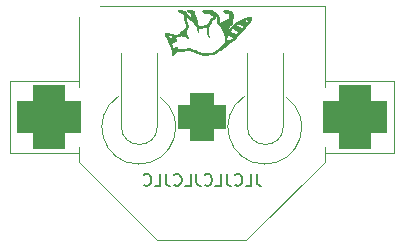
<source format=gbo>
%TF.GenerationSoftware,KiCad,Pcbnew,(6.0.0)*%
%TF.CreationDate,2022-05-29T15:36:19+02:00*%
%TF.ProjectId,LED_flasher,4c45445f-666c-4617-9368-65722e6b6963,rev?*%
%TF.SameCoordinates,Original*%
%TF.FileFunction,Legend,Bot*%
%TF.FilePolarity,Positive*%
%FSLAX46Y46*%
G04 Gerber Fmt 4.6, Leading zero omitted, Abs format (unit mm)*
G04 Created by KiCad (PCBNEW (6.0.0)) date 2022-05-29 15:36:19*
%MOMM*%
%LPD*%
G01*
G04 APERTURE LIST*
G04 Aperture macros list*
%AMRoundRect*
0 Rectangle with rounded corners*
0 $1 Rounding radius*
0 $2 $3 $4 $5 $6 $7 $8 $9 X,Y pos of 4 corners*
0 Add a 4 corners polygon primitive as box body*
4,1,4,$2,$3,$4,$5,$6,$7,$8,$9,$2,$3,0*
0 Add four circle primitives for the rounded corners*
1,1,$1+$1,$2,$3*
1,1,$1+$1,$4,$5*
1,1,$1+$1,$6,$7*
1,1,$1+$1,$8,$9*
0 Add four rect primitives between the rounded corners*
20,1,$1+$1,$2,$3,$4,$5,0*
20,1,$1+$1,$4,$5,$6,$7,0*
20,1,$1+$1,$6,$7,$8,$9,0*
20,1,$1+$1,$8,$9,$2,$3,0*%
%AMRotRect*
0 Rectangle, with rotation*
0 The origin of the aperture is its center*
0 $1 length*
0 $2 width*
0 $3 Rotation angle, in degrees counterclockwise*
0 Add horizontal line*
21,1,$1,$2,0,0,$3*%
G04 Aperture macros list end*
%ADD10C,0.150000*%
%ADD11C,0.120000*%
%ADD12C,0.010000*%
%ADD13RotRect,2.000000X2.000000X225.000000*%
%ADD14RoundRect,1.375000X1.375000X1.375000X-1.375000X1.375000X-1.375000X-1.375000X1.375000X-1.375000X0*%
%ADD15RoundRect,1.000000X1.000000X1.000000X-1.000000X1.000000X-1.000000X-1.000000X1.000000X-1.000000X0*%
G04 APERTURE END LIST*
D10*
X60499047Y-51014380D02*
X60499047Y-51728666D01*
X60546666Y-51871523D01*
X60641904Y-51966761D01*
X60784761Y-52014380D01*
X60880000Y-52014380D01*
X59546666Y-52014380D02*
X60022857Y-52014380D01*
X60022857Y-51014380D01*
X58641904Y-51919142D02*
X58689523Y-51966761D01*
X58832380Y-52014380D01*
X58927619Y-52014380D01*
X59070476Y-51966761D01*
X59165714Y-51871523D01*
X59213333Y-51776285D01*
X59260952Y-51585809D01*
X59260952Y-51442952D01*
X59213333Y-51252476D01*
X59165714Y-51157238D01*
X59070476Y-51062000D01*
X58927619Y-51014380D01*
X58832380Y-51014380D01*
X58689523Y-51062000D01*
X58641904Y-51109619D01*
X57927619Y-51014380D02*
X57927619Y-51728666D01*
X57975238Y-51871523D01*
X58070476Y-51966761D01*
X58213333Y-52014380D01*
X58308571Y-52014380D01*
X56975238Y-52014380D02*
X57451428Y-52014380D01*
X57451428Y-51014380D01*
X56070476Y-51919142D02*
X56118095Y-51966761D01*
X56260952Y-52014380D01*
X56356190Y-52014380D01*
X56499047Y-51966761D01*
X56594285Y-51871523D01*
X56641904Y-51776285D01*
X56689523Y-51585809D01*
X56689523Y-51442952D01*
X56641904Y-51252476D01*
X56594285Y-51157238D01*
X56499047Y-51062000D01*
X56356190Y-51014380D01*
X56260952Y-51014380D01*
X56118095Y-51062000D01*
X56070476Y-51109619D01*
X55356190Y-51014380D02*
X55356190Y-51728666D01*
X55403809Y-51871523D01*
X55499047Y-51966761D01*
X55641904Y-52014380D01*
X55737142Y-52014380D01*
X54403809Y-52014380D02*
X54880000Y-52014380D01*
X54880000Y-51014380D01*
X53499047Y-51919142D02*
X53546666Y-51966761D01*
X53689523Y-52014380D01*
X53784761Y-52014380D01*
X53927619Y-51966761D01*
X54022857Y-51871523D01*
X54070476Y-51776285D01*
X54118095Y-51585809D01*
X54118095Y-51442952D01*
X54070476Y-51252476D01*
X54022857Y-51157238D01*
X53927619Y-51062000D01*
X53784761Y-51014380D01*
X53689523Y-51014380D01*
X53546666Y-51062000D01*
X53499047Y-51109619D01*
X52784761Y-51014380D02*
X52784761Y-51728666D01*
X52832380Y-51871523D01*
X52927619Y-51966761D01*
X53070476Y-52014380D01*
X53165714Y-52014380D01*
X51832380Y-52014380D02*
X52308571Y-52014380D01*
X52308571Y-51014380D01*
X50927619Y-51919142D02*
X50975238Y-51966761D01*
X51118095Y-52014380D01*
X51213333Y-52014380D01*
X51356190Y-51966761D01*
X51451428Y-51871523D01*
X51499047Y-51776285D01*
X51546666Y-51585809D01*
X51546666Y-51442952D01*
X51499047Y-51252476D01*
X51451428Y-51157238D01*
X51356190Y-51062000D01*
X51213333Y-51014380D01*
X51118095Y-51014380D01*
X50975238Y-51062000D01*
X50927619Y-51109619D01*
D11*
%TO.C,BT1*%
X72136000Y-43180000D02*
X66294000Y-43180000D01*
X52070000Y-40790000D02*
X52070000Y-46990000D01*
X59690000Y-40790000D02*
X59690000Y-46990000D01*
X59570000Y-56642000D02*
X52070000Y-56642000D01*
X39624000Y-43180000D02*
X45466000Y-43180000D01*
X72136000Y-49276000D02*
X66294000Y-49276000D01*
X45466000Y-37719000D02*
X45466000Y-43688000D01*
X47244000Y-36830000D02*
X66294000Y-36830000D01*
X39624000Y-49276000D02*
X45466000Y-49276000D01*
X39624000Y-49276000D02*
X39624000Y-43180000D01*
X49022000Y-40790000D02*
X49022000Y-46990000D01*
X66294000Y-36830000D02*
X66294000Y-43688000D01*
X66294000Y-50038000D02*
X59570000Y-56642000D01*
X45466000Y-50038000D02*
X45466000Y-48768000D01*
X62738000Y-40790000D02*
X62738000Y-46990000D01*
X66294000Y-50038000D02*
X66294000Y-48768000D01*
X72136000Y-43180000D02*
X72136000Y-49276000D01*
X52070000Y-56642000D02*
X45466000Y-50038000D01*
X59690000Y-46990000D02*
G75*
G03*
X62738000Y-46990000I1524000J0D01*
G01*
X48768000Y-44450001D02*
G75*
G03*
X52293913Y-44492981I1731446J-2606469D01*
G01*
X49022000Y-46990000D02*
G75*
G03*
X52070000Y-46990000I1524000J0D01*
G01*
X59436000Y-44450001D02*
G75*
G03*
X62961913Y-44492981I1731446J-2606469D01*
G01*
D12*
%TO.C,S1*%
X53378769Y-40912795D02*
X53422742Y-40874109D01*
X53422742Y-40874109D02*
X53476784Y-40819286D01*
X53476784Y-40819286D02*
X53484895Y-40810503D01*
X53484895Y-40810503D02*
X53554233Y-40737086D01*
X53554233Y-40737086D02*
X53612804Y-40684391D01*
X53612804Y-40684391D02*
X53670157Y-40648590D01*
X53670157Y-40648590D02*
X53735839Y-40625853D01*
X53735839Y-40625853D02*
X53819398Y-40612354D01*
X53819398Y-40612354D02*
X53930381Y-40604264D01*
X53930381Y-40604264D02*
X54008247Y-40600662D01*
X54008247Y-40600662D02*
X54137283Y-40592512D01*
X54137283Y-40592512D02*
X54273118Y-40579490D01*
X54273118Y-40579490D02*
X54398955Y-40563443D01*
X54398955Y-40563443D02*
X54491881Y-40547506D01*
X54491881Y-40547506D02*
X54587418Y-40528631D01*
X54587418Y-40528631D02*
X54655788Y-40518942D01*
X54655788Y-40518942D02*
X54711077Y-40518120D01*
X54711077Y-40518120D02*
X54767370Y-40525848D01*
X54767370Y-40525848D02*
X54830547Y-40539852D01*
X54830547Y-40539852D02*
X54917009Y-40565311D01*
X54917009Y-40565311D02*
X55021756Y-40603278D01*
X55021756Y-40603278D02*
X55125562Y-40646642D01*
X55125562Y-40646642D02*
X55151050Y-40658408D01*
X55151050Y-40658408D02*
X55418717Y-40773191D01*
X55418717Y-40773191D02*
X55668746Y-40854682D01*
X55668746Y-40854682D02*
X55907622Y-40904379D01*
X55907622Y-40904379D02*
X56141832Y-40923775D01*
X56141832Y-40923775D02*
X56290006Y-40921106D01*
X56290006Y-40921106D02*
X56554775Y-40891028D01*
X56554775Y-40891028D02*
X56799787Y-40829739D01*
X56799787Y-40829739D02*
X57034884Y-40735217D01*
X57034884Y-40735217D02*
X57139705Y-40682077D01*
X57139705Y-40682077D02*
X57234517Y-40626206D01*
X57234517Y-40626206D02*
X57328172Y-40561271D01*
X57328172Y-40561271D02*
X57429524Y-40480937D01*
X57429524Y-40480937D02*
X57547426Y-40378869D01*
X57547426Y-40378869D02*
X57603979Y-40328023D01*
X57603979Y-40328023D02*
X57722825Y-40228983D01*
X57722825Y-40228983D02*
X57846714Y-40140632D01*
X57846714Y-40140632D02*
X57948153Y-40080453D01*
X57948153Y-40080453D02*
X58047274Y-40023465D01*
X58047274Y-40023465D02*
X58156704Y-39952211D01*
X58156704Y-39952211D02*
X58255194Y-39880644D01*
X58255194Y-39880644D02*
X58268921Y-39869773D01*
X58268921Y-39869773D02*
X58362528Y-39789303D01*
X58362528Y-39789303D02*
X58478535Y-39681300D01*
X58478535Y-39681300D02*
X58612256Y-39550766D01*
X58612256Y-39550766D02*
X58759006Y-39402704D01*
X58759006Y-39402704D02*
X58914099Y-39242114D01*
X58914099Y-39242114D02*
X59072851Y-39073999D01*
X59072851Y-39073999D02*
X59230575Y-38903362D01*
X59230575Y-38903362D02*
X59382586Y-38735203D01*
X59382586Y-38735203D02*
X59524199Y-38574524D01*
X59524199Y-38574524D02*
X59650729Y-38426328D01*
X59650729Y-38426328D02*
X59757489Y-38295617D01*
X59757489Y-38295617D02*
X59821868Y-38211931D01*
X59821868Y-38211931D02*
X59908759Y-38082611D01*
X59908759Y-38082611D02*
X59967227Y-37968582D01*
X59967227Y-37968582D02*
X59996301Y-37872942D01*
X59996301Y-37872942D02*
X59995010Y-37798786D01*
X59995010Y-37798786D02*
X59965959Y-37752025D01*
X59965959Y-37752025D02*
X59913929Y-37733367D01*
X59913929Y-37733367D02*
X59830189Y-37733425D01*
X59830189Y-37733425D02*
X59720254Y-37750756D01*
X59720254Y-37750756D02*
X59589640Y-37783919D01*
X59589640Y-37783919D02*
X59443862Y-37831471D01*
X59443862Y-37831471D02*
X59288437Y-37891970D01*
X59288437Y-37891970D02*
X59128878Y-37963975D01*
X59128878Y-37963975D02*
X59098634Y-37978796D01*
X59098634Y-37978796D02*
X58973131Y-38048721D01*
X58973131Y-38048721D02*
X59333572Y-38048721D01*
X59333572Y-38048721D02*
X59370709Y-38017825D01*
X59370709Y-38017825D02*
X59444890Y-37981383D01*
X59444890Y-37981383D02*
X59452278Y-37978327D01*
X59452278Y-37978327D02*
X59525344Y-37948349D01*
X59525344Y-37948349D02*
X59571418Y-37931444D01*
X59571418Y-37931444D02*
X59603125Y-37925762D01*
X59603125Y-37925762D02*
X59633088Y-37929451D01*
X59633088Y-37929451D02*
X59673930Y-37940662D01*
X59673930Y-37940662D02*
X59686009Y-37944059D01*
X59686009Y-37944059D02*
X59736616Y-37963465D01*
X59736616Y-37963465D02*
X59763866Y-37984335D01*
X59763866Y-37984335D02*
X59765384Y-37989260D01*
X59765384Y-37989260D02*
X59753350Y-38017375D01*
X59753350Y-38017375D02*
X59722134Y-38066708D01*
X59722134Y-38066708D02*
X59687621Y-38114386D01*
X59687621Y-38114386D02*
X59609859Y-38216355D01*
X59609859Y-38216355D02*
X59562425Y-38165173D01*
X59562425Y-38165173D02*
X59520953Y-38129063D01*
X59520953Y-38129063D02*
X59469410Y-38105869D01*
X59469410Y-38105869D02*
X59392993Y-38089369D01*
X59392993Y-38089369D02*
X59375554Y-38086645D01*
X59375554Y-38086645D02*
X59334760Y-38072264D01*
X59334760Y-38072264D02*
X59333572Y-38048721D01*
X59333572Y-38048721D02*
X58973131Y-38048721D01*
X58973131Y-38048721D02*
X58820219Y-38133916D01*
X58820219Y-38133916D02*
X58580437Y-38303516D01*
X58580437Y-38303516D02*
X58477764Y-38397515D01*
X58477764Y-38397515D02*
X58728217Y-38397515D01*
X58728217Y-38397515D02*
X58744630Y-38370607D01*
X58744630Y-38370607D02*
X58787306Y-38330959D01*
X58787306Y-38330959D02*
X58837009Y-38294139D01*
X58837009Y-38294139D02*
X58945802Y-38220874D01*
X58945802Y-38220874D02*
X59022218Y-38281558D01*
X59022218Y-38281558D02*
X59091858Y-38328937D01*
X59091858Y-38328937D02*
X59167788Y-38369620D01*
X59167788Y-38369620D02*
X59183300Y-38376295D01*
X59183300Y-38376295D02*
X59247494Y-38411334D01*
X59247494Y-38411334D02*
X59299926Y-38455259D01*
X59299926Y-38455259D02*
X59308228Y-38465356D01*
X59308228Y-38465356D02*
X59333621Y-38505211D01*
X59333621Y-38505211D02*
X59335686Y-38537039D01*
X59335686Y-38537039D02*
X59315194Y-38582176D01*
X59315194Y-38582176D02*
X59312629Y-38586953D01*
X59312629Y-38586953D02*
X59275487Y-38640767D01*
X59275487Y-38640767D02*
X59234729Y-38679761D01*
X59234729Y-38679761D02*
X59232937Y-38680915D01*
X59232937Y-38680915D02*
X59199022Y-38695461D01*
X59199022Y-38695461D02*
X59167881Y-38685282D01*
X59167881Y-38685282D02*
X59133286Y-38656117D01*
X59133286Y-38656117D02*
X59067068Y-38604484D01*
X59067068Y-38604484D02*
X58993713Y-38562573D01*
X58993713Y-38562573D02*
X58928503Y-38538482D01*
X58928503Y-38538482D02*
X58905891Y-38535613D01*
X58905891Y-38535613D02*
X58864026Y-38522589D01*
X58864026Y-38522589D02*
X58812093Y-38490623D01*
X58812093Y-38490623D02*
X58763808Y-38450375D01*
X58763808Y-38450375D02*
X58732885Y-38412505D01*
X58732885Y-38412505D02*
X58728217Y-38397515D01*
X58728217Y-38397515D02*
X58477764Y-38397515D01*
X58477764Y-38397515D02*
X58379853Y-38487153D01*
X58379853Y-38487153D02*
X58251967Y-38638518D01*
X58251967Y-38638518D02*
X58205139Y-38700401D01*
X58205139Y-38700401D02*
X58166108Y-38750405D01*
X58166108Y-38750405D02*
X58144724Y-38776101D01*
X58144724Y-38776101D02*
X58117578Y-38810265D01*
X58117578Y-38810265D02*
X58083855Y-38858749D01*
X58083855Y-38858749D02*
X58083648Y-38859065D01*
X58083648Y-38859065D02*
X58054955Y-38895843D01*
X58054955Y-38895843D02*
X58035671Y-38907977D01*
X58035671Y-38907977D02*
X58034417Y-38907202D01*
X58034417Y-38907202D02*
X58036463Y-38884437D01*
X58036463Y-38884437D02*
X58046760Y-38868665D01*
X58046760Y-38868665D02*
X58058895Y-38836039D01*
X58058895Y-38836039D02*
X58071665Y-38772542D01*
X58071665Y-38772542D02*
X58082974Y-38689547D01*
X58082974Y-38689547D02*
X58086818Y-38651230D01*
X58086818Y-38651230D02*
X58103800Y-38461600D01*
X58103800Y-38461600D02*
X58209634Y-38405135D01*
X58209634Y-38405135D02*
X58272617Y-38370005D01*
X58272617Y-38370005D02*
X58321864Y-38339804D01*
X58321864Y-38339804D02*
X58340278Y-38326429D01*
X58340278Y-38326429D02*
X58359503Y-38289800D01*
X58359503Y-38289800D02*
X58378935Y-38219126D01*
X58378935Y-38219126D02*
X58397595Y-38122677D01*
X58397595Y-38122677D02*
X58414505Y-38008724D01*
X58414505Y-38008724D02*
X58428687Y-37885538D01*
X58428687Y-37885538D02*
X58439163Y-37761390D01*
X58439163Y-37761390D02*
X58444954Y-37644550D01*
X58444954Y-37644550D02*
X58445083Y-37543290D01*
X58445083Y-37543290D02*
X58440478Y-37479277D01*
X58440478Y-37479277D02*
X58410603Y-37365639D01*
X58410603Y-37365639D02*
X58351285Y-37280384D01*
X58351285Y-37280384D02*
X58259702Y-37220529D01*
X58259702Y-37220529D02*
X58167001Y-37190242D01*
X58167001Y-37190242D02*
X58086443Y-37175943D01*
X58086443Y-37175943D02*
X57991962Y-37166197D01*
X57991962Y-37166197D02*
X57893438Y-37161120D01*
X57893438Y-37161120D02*
X57800747Y-37160827D01*
X57800747Y-37160827D02*
X57723768Y-37165435D01*
X57723768Y-37165435D02*
X57672379Y-37175059D01*
X57672379Y-37175059D02*
X57657256Y-37184254D01*
X57657256Y-37184254D02*
X57663224Y-37211845D01*
X57663224Y-37211845D02*
X57697158Y-37257552D01*
X57697158Y-37257552D02*
X57735697Y-37297133D01*
X57735697Y-37297133D02*
X57798508Y-37350792D01*
X57798508Y-37350792D02*
X57854453Y-37380660D01*
X57854453Y-37380660D02*
X57922914Y-37396156D01*
X57922914Y-37396156D02*
X57945365Y-37399017D01*
X57945365Y-37399017D02*
X58044385Y-37420950D01*
X58044385Y-37420950D02*
X58109029Y-37463122D01*
X58109029Y-37463122D02*
X58144091Y-37531122D01*
X58144091Y-37531122D02*
X58154365Y-37630540D01*
X58154365Y-37630540D02*
X58154213Y-37642501D01*
X58154213Y-37642501D02*
X58150825Y-37744641D01*
X58150825Y-37744641D02*
X58141272Y-37813945D01*
X58141272Y-37813945D02*
X58118880Y-37859909D01*
X58118880Y-37859909D02*
X58076979Y-37892029D01*
X58076979Y-37892029D02*
X58008894Y-37919800D01*
X58008894Y-37919800D02*
X57944474Y-37940968D01*
X57944474Y-37940968D02*
X57814396Y-37987571D01*
X57814396Y-37987571D02*
X57693994Y-38039680D01*
X57693994Y-38039680D02*
X57591140Y-38093209D01*
X57591140Y-38093209D02*
X57513707Y-38144071D01*
X57513707Y-38144071D02*
X57470264Y-38187100D01*
X57470264Y-38187100D02*
X57429134Y-38222354D01*
X57429134Y-38222354D02*
X57377273Y-38217732D01*
X57377273Y-38217732D02*
X57313598Y-38173061D01*
X57313598Y-38173061D02*
X57300032Y-38159989D01*
X57300032Y-38159989D02*
X57263429Y-38111391D01*
X57263429Y-38111391D02*
X57249175Y-38054905D01*
X57249175Y-38054905D02*
X57256572Y-37980457D01*
X57256572Y-37980457D02*
X57281291Y-37889373D01*
X57281291Y-37889373D02*
X57298778Y-37817010D01*
X57298778Y-37817010D02*
X57305323Y-37753085D01*
X57305323Y-37753085D02*
X57302956Y-37727064D01*
X57302956Y-37727064D02*
X57280831Y-37688049D01*
X57280831Y-37688049D02*
X57232509Y-37629119D01*
X57232509Y-37629119D02*
X57164838Y-37556823D01*
X57164838Y-37556823D02*
X57084662Y-37477710D01*
X57084662Y-37477710D02*
X56998827Y-37398329D01*
X56998827Y-37398329D02*
X56914181Y-37325228D01*
X56914181Y-37325228D02*
X56837569Y-37264956D01*
X56837569Y-37264956D02*
X56778991Y-37225848D01*
X56778991Y-37225848D02*
X56664467Y-37160177D01*
X56664467Y-37160177D02*
X56279424Y-37159978D01*
X56279424Y-37159978D02*
X56156045Y-37160894D01*
X56156045Y-37160894D02*
X56047769Y-37163560D01*
X56047769Y-37163560D02*
X55961508Y-37167654D01*
X55961508Y-37167654D02*
X55904176Y-37172855D01*
X55904176Y-37172855D02*
X55882838Y-37178458D01*
X55882838Y-37178458D02*
X55885888Y-37209866D01*
X55885888Y-37209866D02*
X55916616Y-37253536D01*
X55916616Y-37253536D02*
X55966221Y-37300252D01*
X55966221Y-37300252D02*
X56025904Y-37340796D01*
X56025904Y-37340796D02*
X56048970Y-37352474D01*
X56048970Y-37352474D02*
X56127605Y-37377785D01*
X56127605Y-37377785D02*
X56214421Y-37391418D01*
X56214421Y-37391418D02*
X56233612Y-37392148D01*
X56233612Y-37392148D02*
X56337473Y-37402363D01*
X56337473Y-37402363D02*
X56446989Y-37429426D01*
X56446989Y-37429426D02*
X56554236Y-37469360D01*
X56554236Y-37469360D02*
X56651289Y-37518188D01*
X56651289Y-37518188D02*
X56730225Y-37571932D01*
X56730225Y-37571932D02*
X56783118Y-37626615D01*
X56783118Y-37626615D02*
X56802050Y-37677444D01*
X56802050Y-37677444D02*
X56791614Y-37714777D01*
X56791614Y-37714777D02*
X56754657Y-37747739D01*
X56754657Y-37747739D02*
X56707294Y-37773374D01*
X56707294Y-37773374D02*
X56646400Y-37806312D01*
X56646400Y-37806312D02*
X56595646Y-37844015D01*
X56595646Y-37844015D02*
X56550615Y-37892750D01*
X56550615Y-37892750D02*
X56506894Y-37958784D01*
X56506894Y-37958784D02*
X56460066Y-38048384D01*
X56460066Y-38048384D02*
X56405718Y-38167816D01*
X56405718Y-38167816D02*
X56368669Y-38254027D01*
X56368669Y-38254027D02*
X56334062Y-38314754D01*
X56334062Y-38314754D02*
X56284273Y-38360624D01*
X56284273Y-38360624D02*
X56211885Y-38395622D01*
X56211885Y-38395622D02*
X56109480Y-38423735D01*
X56109480Y-38423735D02*
X56021766Y-38440467D01*
X56021766Y-38440467D02*
X55921629Y-38455160D01*
X55921629Y-38455160D02*
X55814505Y-38466929D01*
X55814505Y-38466929D02*
X55709082Y-38475307D01*
X55709082Y-38475307D02*
X55614049Y-38479825D01*
X55614049Y-38479825D02*
X55538096Y-38480016D01*
X55538096Y-38480016D02*
X55489913Y-38475410D01*
X55489913Y-38475410D02*
X55477700Y-38469794D01*
X55477700Y-38469794D02*
X55470590Y-38443144D01*
X55470590Y-38443144D02*
X55459010Y-38382952D01*
X55459010Y-38382952D02*
X55444446Y-38297586D01*
X55444446Y-38297586D02*
X55428384Y-38195415D01*
X55428384Y-38195415D02*
X55424991Y-38172813D01*
X55424991Y-38172813D02*
X55399081Y-38008286D01*
X55399081Y-38008286D02*
X55375145Y-37879318D01*
X55375145Y-37879318D02*
X55351431Y-37779301D01*
X55351431Y-37779301D02*
X55326189Y-37701625D01*
X55326189Y-37701625D02*
X55297667Y-37639679D01*
X55297667Y-37639679D02*
X55273189Y-37599742D01*
X55273189Y-37599742D02*
X55236193Y-37527588D01*
X55236193Y-37527588D02*
X55209411Y-37443661D01*
X55209411Y-37443661D02*
X55204964Y-37419826D01*
X55204964Y-37419826D02*
X55188591Y-37325166D01*
X55188591Y-37325166D02*
X55166643Y-37256676D01*
X55166643Y-37256676D02*
X55132625Y-37210160D01*
X55132625Y-37210160D02*
X55080043Y-37181421D01*
X55080043Y-37181421D02*
X55002401Y-37166263D01*
X55002401Y-37166263D02*
X54893203Y-37160489D01*
X54893203Y-37160489D02*
X54802480Y-37159779D01*
X54802480Y-37159779D02*
X54703091Y-37160331D01*
X54703091Y-37160331D02*
X54638572Y-37162913D01*
X54638572Y-37162913D02*
X54601463Y-37168912D01*
X54601463Y-37168912D02*
X54584305Y-37179719D01*
X54584305Y-37179719D02*
X54579641Y-37196722D01*
X54579641Y-37196722D02*
X54579550Y-37201288D01*
X54579550Y-37201288D02*
X54597738Y-37251222D01*
X54597738Y-37251222D02*
X54643441Y-37299826D01*
X54643441Y-37299826D02*
X54703374Y-37334496D01*
X54703374Y-37334496D02*
X54727296Y-37341432D01*
X54727296Y-37341432D02*
X54829546Y-37376625D01*
X54829546Y-37376625D02*
X54896782Y-37433135D01*
X54896782Y-37433135D02*
X54927528Y-37509010D01*
X54927528Y-37509010D02*
X54921277Y-37598535D01*
X54921277Y-37598535D02*
X54904072Y-37668841D01*
X54904072Y-37668841D02*
X54889002Y-37732875D01*
X54889002Y-37732875D02*
X54887956Y-37737487D01*
X54887956Y-37737487D02*
X54874617Y-37796611D01*
X54874617Y-37796611D02*
X54748187Y-37684570D01*
X54748187Y-37684570D02*
X54633082Y-37562826D01*
X54633082Y-37562826D02*
X54560548Y-37445529D01*
X54560548Y-37445529D02*
X54509197Y-37349710D01*
X54509197Y-37349710D02*
X54455889Y-37279289D01*
X54455889Y-37279289D02*
X54392786Y-37230000D01*
X54392786Y-37230000D02*
X54312046Y-37197581D01*
X54312046Y-37197581D02*
X54205829Y-37177766D01*
X54205829Y-37177766D02*
X54066295Y-37166292D01*
X54066295Y-37166292D02*
X54045092Y-37165180D01*
X54045092Y-37165180D02*
X53942967Y-37160879D01*
X53942967Y-37160879D02*
X53876111Y-37160608D01*
X53876111Y-37160608D02*
X53837595Y-37164979D01*
X53837595Y-37164979D02*
X53820493Y-37174604D01*
X53820493Y-37174604D02*
X53817550Y-37185251D01*
X53817550Y-37185251D02*
X53835542Y-37223709D01*
X53835542Y-37223709D02*
X53881393Y-37267665D01*
X53881393Y-37267665D02*
X53942915Y-37308892D01*
X53942915Y-37308892D02*
X54007921Y-37339163D01*
X54007921Y-37339163D02*
X54062008Y-37350279D01*
X54062008Y-37350279D02*
X54124265Y-37364600D01*
X54124265Y-37364600D02*
X54194580Y-37400293D01*
X54194580Y-37400293D02*
X54253619Y-37446451D01*
X54253619Y-37446451D02*
X54272031Y-37468748D01*
X54272031Y-37468748D02*
X54290957Y-37516461D01*
X54290957Y-37516461D02*
X54307300Y-37591096D01*
X54307300Y-37591096D02*
X54317356Y-37673299D01*
X54317356Y-37673299D02*
X54330421Y-37775583D01*
X54330421Y-37775583D02*
X54354633Y-37904685D01*
X54354633Y-37904685D02*
X54386881Y-38047565D01*
X54386881Y-38047565D02*
X54424053Y-38191180D01*
X54424053Y-38191180D02*
X54463035Y-38322490D01*
X54463035Y-38322490D02*
X54492683Y-38407947D01*
X54492683Y-38407947D02*
X54516106Y-38473086D01*
X54516106Y-38473086D02*
X54524086Y-38512627D01*
X54524086Y-38512627D02*
X54517194Y-38540157D01*
X54517194Y-38540157D02*
X54499304Y-38565211D01*
X54499304Y-38565211D02*
X54448345Y-38627951D01*
X54448345Y-38627951D02*
X54408083Y-38675959D01*
X54408083Y-38675959D02*
X54371394Y-38716207D01*
X54371394Y-38716207D02*
X54331155Y-38755665D01*
X54331155Y-38755665D02*
X54280241Y-38801307D01*
X54280241Y-38801307D02*
X54211530Y-38860104D01*
X54211530Y-38860104D02*
X54117896Y-38939028D01*
X54117896Y-38939028D02*
X54113884Y-38942407D01*
X54113884Y-38942407D02*
X53981327Y-39052317D01*
X53981327Y-39052317D02*
X53874697Y-39136323D01*
X53874697Y-39136323D02*
X53789070Y-39197506D01*
X53789070Y-39197506D02*
X53719523Y-39238949D01*
X53719523Y-39238949D02*
X53661130Y-39263736D01*
X53661130Y-39263736D02*
X53608967Y-39274948D01*
X53608967Y-39274948D02*
X53580293Y-39276446D01*
X53580293Y-39276446D02*
X53538474Y-39267498D01*
X53538474Y-39267498D02*
X53472344Y-39243868D01*
X53472344Y-39243868D02*
X53395162Y-39210380D01*
X53395162Y-39210380D02*
X53383821Y-39204983D01*
X53383821Y-39204983D02*
X53283523Y-39164879D01*
X53283523Y-39164879D02*
X53168501Y-39131881D01*
X53168501Y-39131881D02*
X53048766Y-39107478D01*
X53048766Y-39107478D02*
X52934332Y-39093160D01*
X52934332Y-39093160D02*
X52835212Y-39090417D01*
X52835212Y-39090417D02*
X52761418Y-39100738D01*
X52761418Y-39100738D02*
X52740491Y-39109268D01*
X52740491Y-39109268D02*
X52696183Y-39149986D01*
X52696183Y-39149986D02*
X52678964Y-39213611D01*
X52678964Y-39213611D02*
X52679355Y-39255227D01*
X52679355Y-39255227D02*
X52682925Y-39265137D01*
X52682925Y-39265137D02*
X52894093Y-39265137D01*
X52894093Y-39265137D02*
X52924104Y-39237912D01*
X52924104Y-39237912D02*
X52992936Y-39226467D01*
X52992936Y-39226467D02*
X53037178Y-39226122D01*
X53037178Y-39226122D02*
X53103076Y-39231941D01*
X53103076Y-39231941D02*
X53169024Y-39248927D01*
X53169024Y-39248927D02*
X53247253Y-39281160D01*
X53247253Y-39281160D02*
X53338427Y-39326664D01*
X53338427Y-39326664D02*
X53451666Y-39381614D01*
X53451666Y-39381614D02*
X53540840Y-39412803D01*
X53540840Y-39412803D02*
X53616187Y-39421281D01*
X53616187Y-39421281D02*
X53687945Y-39408094D01*
X53687945Y-39408094D02*
X53766350Y-39374291D01*
X53766350Y-39374291D02*
X53772528Y-39371088D01*
X53772528Y-39371088D02*
X53931623Y-39310475D01*
X53931623Y-39310475D02*
X54095211Y-39290459D01*
X54095211Y-39290459D02*
X54258169Y-39310410D01*
X54258169Y-39310410D02*
X54415374Y-39369697D01*
X54415374Y-39369697D02*
X54561702Y-39467691D01*
X54561702Y-39467691D02*
X54562300Y-39468196D01*
X54562300Y-39468196D02*
X54615497Y-39509459D01*
X54615497Y-39509459D02*
X54655201Y-39533577D01*
X54655201Y-39533577D02*
X54671429Y-39535874D01*
X54671429Y-39535874D02*
X54666720Y-39511352D01*
X54666720Y-39511352D02*
X54646120Y-39458069D01*
X54646120Y-39458069D02*
X54613255Y-39384832D01*
X54613255Y-39384832D02*
X54586369Y-39329363D01*
X54586369Y-39329363D02*
X54543088Y-39240838D01*
X54543088Y-39240838D02*
X54515917Y-39176798D01*
X54515917Y-39176798D02*
X54501644Y-39124059D01*
X54501644Y-39124059D02*
X54497055Y-39069440D01*
X54497055Y-39069440D02*
X54498937Y-38999759D01*
X54498937Y-38999759D02*
X54500184Y-38975800D01*
X54500184Y-38975800D02*
X54513005Y-38864148D01*
X54513005Y-38864148D02*
X54542147Y-38770583D01*
X54542147Y-38770583D02*
X54593828Y-38680858D01*
X54593828Y-38680858D02*
X54670947Y-38584502D01*
X54670947Y-38584502D02*
X54690563Y-38559864D01*
X54690563Y-38559864D02*
X54698537Y-38536135D01*
X54698537Y-38536135D02*
X54693670Y-38502846D01*
X54693670Y-38502846D02*
X54674760Y-38449525D01*
X54674760Y-38449525D02*
X54647896Y-38383419D01*
X54647896Y-38383419D02*
X54611290Y-38289369D01*
X54611290Y-38289369D02*
X54576630Y-38191821D01*
X54576630Y-38191821D02*
X54551537Y-38112279D01*
X54551537Y-38112279D02*
X54531017Y-38032439D01*
X54531017Y-38032439D02*
X54510296Y-37940469D01*
X54510296Y-37940469D02*
X54491130Y-37845856D01*
X54491130Y-37845856D02*
X54475274Y-37758086D01*
X54475274Y-37758086D02*
X54464483Y-37686646D01*
X54464483Y-37686646D02*
X54460514Y-37641022D01*
X54460514Y-37641022D02*
X54462266Y-37629841D01*
X54462266Y-37629841D02*
X54482036Y-37638240D01*
X54482036Y-37638240D02*
X54527392Y-37670454D01*
X54527392Y-37670454D02*
X54592665Y-37721743D01*
X54592665Y-37721743D02*
X54672189Y-37787366D01*
X54672189Y-37787366D02*
X54760296Y-37862584D01*
X54760296Y-37862584D02*
X54851320Y-37942655D01*
X54851320Y-37942655D02*
X54939593Y-38022840D01*
X54939593Y-38022840D02*
X54999902Y-38079549D01*
X54999902Y-38079549D02*
X55160052Y-38249519D01*
X55160052Y-38249519D02*
X55286699Y-38423822D01*
X55286699Y-38423822D02*
X55386196Y-38613272D01*
X55386196Y-38613272D02*
X55464895Y-38828685D01*
X55464895Y-38828685D02*
X55488462Y-38911321D01*
X55488462Y-38911321D02*
X55510179Y-38976994D01*
X55510179Y-38976994D02*
X55528264Y-39001941D01*
X55528264Y-39001941D02*
X55541733Y-38987687D01*
X55541733Y-38987687D02*
X55549602Y-38935758D01*
X55549602Y-38935758D02*
X55550889Y-38847678D01*
X55550889Y-38847678D02*
X55549909Y-38816071D01*
X55549909Y-38816071D02*
X55542634Y-38630863D01*
X55542634Y-38630863D02*
X55606134Y-38633929D01*
X55606134Y-38633929D02*
X55682689Y-38632876D01*
X55682689Y-38632876D02*
X55783681Y-38625136D01*
X55783681Y-38625136D02*
X55895072Y-38612475D01*
X55895072Y-38612475D02*
X56002829Y-38596659D01*
X56002829Y-38596659D02*
X56092914Y-38579458D01*
X56092914Y-38579458D02*
X56140664Y-38566632D01*
X56140664Y-38566632D02*
X56199012Y-38547944D01*
X56199012Y-38547944D02*
X56239892Y-38536894D01*
X56239892Y-38536894D02*
X56248280Y-38535613D01*
X56248280Y-38535613D02*
X56254597Y-38554596D01*
X56254597Y-38554596D02*
X56254346Y-38603805D01*
X56254346Y-38603805D02*
X56249327Y-38657321D01*
X56249327Y-38657321D02*
X56232316Y-38851932D01*
X56232316Y-38851932D02*
X56234617Y-39011262D01*
X56234617Y-39011262D02*
X56256371Y-39137778D01*
X56256371Y-39137778D02*
X56281064Y-39203693D01*
X56281064Y-39203693D02*
X56320111Y-39273395D01*
X56320111Y-39273395D02*
X56362196Y-39331443D01*
X56362196Y-39331443D02*
X56400410Y-39369871D01*
X56400410Y-39369871D02*
X56427843Y-39380711D01*
X56427843Y-39380711D02*
X56432301Y-39378084D01*
X56432301Y-39378084D02*
X56429606Y-39354815D01*
X56429606Y-39354815D02*
X56411063Y-39306457D01*
X56411063Y-39306457D02*
X56390704Y-39263561D01*
X56390704Y-39263561D02*
X56355772Y-39177070D01*
X56355772Y-39177070D02*
X56338302Y-39081967D01*
X56338302Y-39081967D02*
X56334300Y-39011863D01*
X56334300Y-39011863D02*
X56333982Y-38877671D01*
X56333982Y-38877671D02*
X56342440Y-38762628D01*
X56342440Y-38762628D02*
X56362399Y-38655313D01*
X56362399Y-38655313D02*
X56396582Y-38544306D01*
X56396582Y-38544306D02*
X56447715Y-38418187D01*
X56447715Y-38418187D02*
X56506148Y-38291393D01*
X56506148Y-38291393D02*
X56584013Y-38136597D01*
X56584013Y-38136597D02*
X56652218Y-38020292D01*
X56652218Y-38020292D02*
X56712480Y-37940189D01*
X56712480Y-37940189D02*
X56766513Y-37894005D01*
X56766513Y-37894005D02*
X56815220Y-37879446D01*
X56815220Y-37879446D02*
X56863483Y-37860899D01*
X56863483Y-37860899D02*
X56908935Y-37814334D01*
X56908935Y-37814334D02*
X56941096Y-37753368D01*
X56941096Y-37753368D02*
X56950217Y-37704019D01*
X56950217Y-37704019D02*
X56953801Y-37651668D01*
X56953801Y-37651668D02*
X56962527Y-37620377D01*
X56962527Y-37620377D02*
X56963484Y-37619235D01*
X56963484Y-37619235D02*
X56991123Y-37618120D01*
X56991123Y-37618120D02*
X57037275Y-37638103D01*
X57037275Y-37638103D02*
X57088838Y-37672127D01*
X57088838Y-37672127D02*
X57128225Y-37708004D01*
X57128225Y-37708004D02*
X57149682Y-37734584D01*
X57149682Y-37734584D02*
X57157878Y-37760681D01*
X57157878Y-37760681D02*
X57152985Y-37799128D01*
X57152985Y-37799128D02*
X57135174Y-37862756D01*
X57135174Y-37862756D02*
X57130495Y-37878254D01*
X57130495Y-37878254D02*
X57104881Y-38002521D01*
X57104881Y-38002521D02*
X57111845Y-38106422D01*
X57111845Y-38106422D02*
X57152546Y-38197963D01*
X57152546Y-38197963D02*
X57182513Y-38237652D01*
X57182513Y-38237652D02*
X57291911Y-38368178D01*
X57291911Y-38368178D02*
X57376268Y-38473848D01*
X57376268Y-38473848D02*
X57439751Y-38560447D01*
X57439751Y-38560447D02*
X57486523Y-38633766D01*
X57486523Y-38633766D02*
X57520751Y-38699591D01*
X57520751Y-38699591D02*
X57529885Y-38720376D01*
X57529885Y-38720376D02*
X57565464Y-38800669D01*
X57565464Y-38800669D02*
X57601975Y-38876456D01*
X57601975Y-38876456D02*
X57624767Y-38919271D01*
X57624767Y-38919271D02*
X57629453Y-38929198D01*
X57629453Y-38929198D02*
X58259126Y-38929198D01*
X58259126Y-38929198D02*
X58260697Y-38861111D01*
X58260697Y-38861111D02*
X58271703Y-38834712D01*
X58271703Y-38834712D02*
X58301390Y-38786885D01*
X58301390Y-38786885D02*
X58341964Y-38732588D01*
X58341964Y-38732588D02*
X58384078Y-38683038D01*
X58384078Y-38683038D02*
X58418384Y-38649452D01*
X58418384Y-38649452D02*
X58432780Y-38641446D01*
X58432780Y-38641446D02*
X58453838Y-38655820D01*
X58453838Y-38655820D02*
X58488356Y-38690884D01*
X58488356Y-38690884D02*
X58492386Y-38695466D01*
X58492386Y-38695466D02*
X58539730Y-38735117D01*
X58539730Y-38735117D02*
X58608093Y-38776219D01*
X58608093Y-38776219D02*
X58681409Y-38810610D01*
X58681409Y-38810610D02*
X58743611Y-38830128D01*
X58743611Y-38830128D02*
X58761016Y-38831946D01*
X58761016Y-38831946D02*
X58790870Y-38846003D01*
X58790870Y-38846003D02*
X58835632Y-38880727D01*
X58835632Y-38880727D02*
X58883338Y-38924947D01*
X58883338Y-38924947D02*
X58922024Y-38967493D01*
X58922024Y-38967493D02*
X58939728Y-38997193D01*
X58939728Y-38997193D02*
X58939884Y-38998961D01*
X58939884Y-38998961D02*
X58925791Y-39021670D01*
X58925791Y-39021670D02*
X58889737Y-39063398D01*
X58889737Y-39063398D02*
X58841053Y-39114721D01*
X58841053Y-39114721D02*
X58789075Y-39166215D01*
X58789075Y-39166215D02*
X58743133Y-39208455D01*
X58743133Y-39208455D02*
X58712563Y-39232016D01*
X58712563Y-39232016D02*
X58707005Y-39234113D01*
X58707005Y-39234113D02*
X58683359Y-39221928D01*
X58683359Y-39221928D02*
X58638322Y-39190504D01*
X58638322Y-39190504D02*
X58598904Y-39160235D01*
X58598904Y-39160235D02*
X58544492Y-39119558D01*
X58544492Y-39119558D02*
X58502274Y-39092637D01*
X58502274Y-39092637D02*
X58486191Y-39086152D01*
X58486191Y-39086152D02*
X58456571Y-39077435D01*
X58456571Y-39077435D02*
X58404674Y-39055655D01*
X58404674Y-39055655D02*
X58378322Y-39043300D01*
X58378322Y-39043300D02*
X58298583Y-38990416D01*
X58298583Y-38990416D02*
X58259126Y-38929198D01*
X58259126Y-38929198D02*
X57629453Y-38929198D01*
X57629453Y-38929198D02*
X57661946Y-38998018D01*
X57661946Y-38998018D02*
X57701754Y-39105726D01*
X57701754Y-39105726D02*
X57740447Y-39229502D01*
X57740447Y-39229502D02*
X57774282Y-39356455D01*
X57774282Y-39356455D02*
X57799517Y-39473693D01*
X57799517Y-39473693D02*
X57809553Y-39546018D01*
X57809553Y-39546018D02*
X57881550Y-39546018D01*
X57881550Y-39546018D02*
X57890393Y-39515704D01*
X57890393Y-39515704D02*
X57913325Y-39461833D01*
X57913325Y-39461833D02*
X57944953Y-39395104D01*
X57944953Y-39395104D02*
X57979883Y-39326220D01*
X57979883Y-39326220D02*
X58012721Y-39265878D01*
X58012721Y-39265878D02*
X58038073Y-39224781D01*
X58038073Y-39224781D02*
X58049445Y-39212946D01*
X58049445Y-39212946D02*
X58072094Y-39226867D01*
X58072094Y-39226867D02*
X58110358Y-39261519D01*
X58110358Y-39261519D02*
X58122554Y-39273928D01*
X58122554Y-39273928D02*
X58188722Y-39322756D01*
X58188722Y-39322756D02*
X58256818Y-39347217D01*
X58256818Y-39347217D02*
X58315465Y-39367610D01*
X58315465Y-39367610D02*
X58375896Y-39404860D01*
X58375896Y-39404860D02*
X58425494Y-39449139D01*
X58425494Y-39449139D02*
X58451646Y-39490619D01*
X58451646Y-39490619D02*
X58453050Y-39500085D01*
X58453050Y-39500085D02*
X58437957Y-39525392D01*
X58437957Y-39525392D02*
X58398227Y-39568337D01*
X58398227Y-39568337D02*
X58342186Y-39619996D01*
X58342186Y-39619996D02*
X58337275Y-39624213D01*
X58337275Y-39624213D02*
X58273758Y-39675982D01*
X58273758Y-39675982D02*
X58231374Y-39702486D01*
X58231374Y-39702486D02*
X58201068Y-39708137D01*
X58201068Y-39708137D02*
X58179917Y-39700868D01*
X58179917Y-39700868D02*
X58127654Y-39684267D01*
X58127654Y-39684267D02*
X58075066Y-39678613D01*
X58075066Y-39678613D02*
X58023578Y-39666466D01*
X58023578Y-39666466D02*
X57965575Y-39636267D01*
X57965575Y-39636267D02*
X57914720Y-39597378D01*
X57914720Y-39597378D02*
X57884678Y-39559164D01*
X57884678Y-39559164D02*
X57881550Y-39546018D01*
X57881550Y-39546018D02*
X57809553Y-39546018D01*
X57809553Y-39546018D02*
X57812142Y-39564669D01*
X57812142Y-39564669D02*
X57816415Y-39652570D01*
X57816415Y-39652570D02*
X57810954Y-39717834D01*
X57810954Y-39717834D02*
X57792721Y-39779627D01*
X57792721Y-39779627D02*
X57769453Y-39833875D01*
X57769453Y-39833875D02*
X57653821Y-40037078D01*
X57653821Y-40037078D02*
X57502394Y-40224013D01*
X57502394Y-40224013D02*
X57319784Y-40391044D01*
X57319784Y-40391044D02*
X57110601Y-40534533D01*
X57110601Y-40534533D02*
X56879457Y-40650846D01*
X56879457Y-40650846D02*
X56630961Y-40736346D01*
X56630961Y-40736346D02*
X56622134Y-40738702D01*
X56622134Y-40738702D02*
X56452392Y-40770935D01*
X56452392Y-40770935D02*
X56262484Y-40786007D01*
X56262484Y-40786007D02*
X56068350Y-40783872D01*
X56068350Y-40783872D02*
X55885930Y-40764485D01*
X55885930Y-40764485D02*
X55775467Y-40741091D01*
X55775467Y-40741091D02*
X55640608Y-40702243D01*
X55640608Y-40702243D02*
X55518214Y-40660518D01*
X55518214Y-40660518D02*
X55392691Y-40610051D01*
X55392691Y-40610051D02*
X55248446Y-40544973D01*
X55248446Y-40544973D02*
X55225134Y-40534015D01*
X55225134Y-40534015D02*
X55118030Y-40488522D01*
X55118030Y-40488522D02*
X54995900Y-40444172D01*
X54995900Y-40444172D02*
X54884070Y-40410120D01*
X54884070Y-40410120D02*
X54877724Y-40408471D01*
X54877724Y-40408471D02*
X54792026Y-40387199D01*
X54792026Y-40387199D02*
X54729883Y-40375804D01*
X54729883Y-40375804D02*
X54675689Y-40373988D01*
X54675689Y-40373988D02*
X54613841Y-40381453D01*
X54613841Y-40381453D02*
X54528733Y-40397901D01*
X54528733Y-40397901D02*
X54511345Y-40401463D01*
X54511345Y-40401463D02*
X54381378Y-40424977D01*
X54381378Y-40424977D02*
X54242698Y-40444751D01*
X54242698Y-40444751D02*
X54105767Y-40459775D01*
X54105767Y-40459775D02*
X53981048Y-40469041D01*
X53981048Y-40469041D02*
X53879004Y-40471539D01*
X53879004Y-40471539D02*
X53821016Y-40468027D01*
X53821016Y-40468027D02*
X53736468Y-40456686D01*
X53736468Y-40456686D02*
X53748220Y-40342816D01*
X53748220Y-40342816D02*
X53751166Y-40268613D01*
X53751166Y-40268613D02*
X53742026Y-40233434D01*
X53742026Y-40233434D02*
X53722760Y-40238150D01*
X53722760Y-40238150D02*
X53695328Y-40283631D01*
X53695328Y-40283631D02*
X53682436Y-40313613D01*
X53682436Y-40313613D02*
X53656692Y-40370292D01*
X53656692Y-40370292D02*
X53638877Y-40395676D01*
X53638877Y-40395676D02*
X53632274Y-40387336D01*
X53632274Y-40387336D02*
X53639525Y-40345363D01*
X53639525Y-40345363D02*
X53642395Y-40303762D01*
X53642395Y-40303762D02*
X53624053Y-40292765D01*
X53624053Y-40292765D02*
X53580579Y-40300018D01*
X53580579Y-40300018D02*
X53525516Y-40317289D01*
X53525516Y-40317289D02*
X53473053Y-40338940D01*
X53473053Y-40338940D02*
X53437380Y-40359336D01*
X53437380Y-40359336D02*
X53430000Y-40369853D01*
X53430000Y-40369853D02*
X53435075Y-40399968D01*
X53435075Y-40399968D02*
X53442639Y-40451196D01*
X53442639Y-40451196D02*
X53605884Y-40451196D01*
X53605884Y-40451196D02*
X53616467Y-40440613D01*
X53616467Y-40440613D02*
X53627050Y-40451196D01*
X53627050Y-40451196D02*
X53616467Y-40461779D01*
X53616467Y-40461779D02*
X53605884Y-40451196D01*
X53605884Y-40451196D02*
X53442639Y-40451196D01*
X53442639Y-40451196D02*
X53443348Y-40455994D01*
X53443348Y-40455994D02*
X53447861Y-40488238D01*
X53447861Y-40488238D02*
X53463839Y-40557536D01*
X53463839Y-40557536D02*
X53488280Y-40585716D01*
X53488280Y-40585716D02*
X53523118Y-40573487D01*
X53523118Y-40573487D02*
X53563355Y-40530571D01*
X53563355Y-40530571D02*
X53589474Y-40499933D01*
X53589474Y-40499933D02*
X53595329Y-40498935D01*
X53595329Y-40498935D02*
X53583749Y-40521737D01*
X53583749Y-40521737D02*
X53557560Y-40562498D01*
X53557560Y-40562498D02*
X53527298Y-40605051D01*
X53527298Y-40605051D02*
X53484456Y-40651321D01*
X53484456Y-40651321D02*
X53454582Y-40657885D01*
X53454582Y-40657885D02*
X53438807Y-40624921D01*
X53438807Y-40624921D02*
X53436550Y-40590944D01*
X53436550Y-40590944D02*
X53428970Y-40534088D01*
X53428970Y-40534088D02*
X53409024Y-40451410D01*
X53409024Y-40451410D02*
X53380899Y-40356050D01*
X53380899Y-40356050D02*
X53348785Y-40261150D01*
X53348785Y-40261150D02*
X53316871Y-40179849D01*
X53316871Y-40179849D02*
X53289345Y-40125287D01*
X53289345Y-40125287D02*
X53287005Y-40121822D01*
X53287005Y-40121822D02*
X53253157Y-40062889D01*
X53253157Y-40062889D02*
X53233929Y-40007954D01*
X53233929Y-40007954D02*
X53231881Y-39967964D01*
X53231881Y-39967964D02*
X53247683Y-39953780D01*
X53247683Y-39953780D02*
X53281080Y-39940282D01*
X53281080Y-39940282D02*
X53324064Y-39907653D01*
X53324064Y-39907653D02*
X53325670Y-39906154D01*
X53325670Y-39906154D02*
X53369279Y-39873772D01*
X53369279Y-39873772D02*
X53437697Y-39832245D01*
X53437697Y-39832245D02*
X53517148Y-39789856D01*
X53517148Y-39789856D02*
X53528117Y-39784446D01*
X53528117Y-39784446D02*
X53609594Y-39740319D01*
X53609594Y-39740319D02*
X53664855Y-39701216D01*
X53664855Y-39701216D02*
X53686977Y-39672458D01*
X53686977Y-39672458D02*
X53675569Y-39634624D01*
X53675569Y-39634624D02*
X53636956Y-39584324D01*
X53636956Y-39584324D02*
X53580419Y-39530556D01*
X53580419Y-39530556D02*
X53515241Y-39482321D01*
X53515241Y-39482321D02*
X53460002Y-39452402D01*
X53460002Y-39452402D02*
X53391181Y-39433338D01*
X53391181Y-39433338D02*
X53323307Y-39440323D01*
X53323307Y-39440323D02*
X53246105Y-39475819D01*
X53246105Y-39475819D02*
X53180347Y-39519425D01*
X53180347Y-39519425D02*
X53082532Y-39589698D01*
X53082532Y-39589698D02*
X53049393Y-39520205D01*
X53049393Y-39520205D02*
X53014228Y-39460589D01*
X53014228Y-39460589D02*
X52965569Y-39393993D01*
X52965569Y-39393993D02*
X52947302Y-39372180D01*
X52947302Y-39372180D02*
X52902096Y-39309455D01*
X52902096Y-39309455D02*
X52894093Y-39265137D01*
X52894093Y-39265137D02*
X52682925Y-39265137D01*
X52682925Y-39265137D02*
X52692647Y-39292115D01*
X52692647Y-39292115D02*
X52725047Y-39334783D01*
X52725047Y-39334783D02*
X52782763Y-39393740D01*
X52782763Y-39393740D02*
X52788887Y-39399696D01*
X52788887Y-39399696D02*
X52844600Y-39456492D01*
X52844600Y-39456492D02*
X52884365Y-39506982D01*
X52884365Y-39506982D02*
X52915353Y-39563702D01*
X52915353Y-39563702D02*
X52944737Y-39639187D01*
X52944737Y-39639187D02*
X52970528Y-39717196D01*
X52970528Y-39717196D02*
X53009983Y-39830275D01*
X53009983Y-39830275D02*
X53057708Y-39952221D01*
X53057708Y-39952221D02*
X53105227Y-40061724D01*
X53105227Y-40061724D02*
X53119353Y-40091363D01*
X53119353Y-40091363D02*
X53190747Y-40244916D01*
X53190747Y-40244916D02*
X53240424Y-40373652D01*
X53240424Y-40373652D02*
X53271230Y-40487231D01*
X53271230Y-40487231D02*
X53286015Y-40595312D01*
X53286015Y-40595312D02*
X53288384Y-40664799D01*
X53288384Y-40664799D02*
X53293412Y-40779314D01*
X53293412Y-40779314D02*
X53307786Y-40863976D01*
X53307786Y-40863976D02*
X53330438Y-40914496D01*
X53330438Y-40914496D02*
X53353727Y-40927446D01*
X53353727Y-40927446D02*
X53378769Y-40912795D01*
X53378769Y-40912795D02*
X53378769Y-40912795D01*
G36*
X52678964Y-39213611D02*
G01*
X52696183Y-39149986D01*
X52740491Y-39109268D01*
X52761418Y-39100738D01*
X52835212Y-39090417D01*
X52934332Y-39093160D01*
X53048766Y-39107478D01*
X53168501Y-39131881D01*
X53283523Y-39164879D01*
X53383821Y-39204983D01*
X53395162Y-39210380D01*
X53472344Y-39243868D01*
X53538474Y-39267498D01*
X53580293Y-39276446D01*
X53608967Y-39274948D01*
X53661130Y-39263736D01*
X53719523Y-39238949D01*
X53789070Y-39197506D01*
X53874697Y-39136323D01*
X53981327Y-39052317D01*
X54113884Y-38942407D01*
X54117896Y-38939028D01*
X54211530Y-38860104D01*
X54280241Y-38801307D01*
X54331155Y-38755665D01*
X54371394Y-38716207D01*
X54408083Y-38675959D01*
X54448345Y-38627951D01*
X54499304Y-38565211D01*
X54517194Y-38540157D01*
X54524086Y-38512627D01*
X54516106Y-38473086D01*
X54492683Y-38407947D01*
X54463035Y-38322490D01*
X54424053Y-38191180D01*
X54386881Y-38047565D01*
X54354633Y-37904685D01*
X54330421Y-37775583D01*
X54317356Y-37673299D01*
X54307300Y-37591096D01*
X54290957Y-37516461D01*
X54272031Y-37468748D01*
X54253619Y-37446451D01*
X54194580Y-37400293D01*
X54124265Y-37364600D01*
X54062008Y-37350279D01*
X54007921Y-37339163D01*
X53942915Y-37308892D01*
X53881393Y-37267665D01*
X53835542Y-37223709D01*
X53817550Y-37185251D01*
X53820493Y-37174604D01*
X53837595Y-37164979D01*
X53876111Y-37160608D01*
X53942967Y-37160879D01*
X54045092Y-37165180D01*
X54066295Y-37166292D01*
X54205829Y-37177766D01*
X54312046Y-37197581D01*
X54392786Y-37230000D01*
X54455889Y-37279289D01*
X54509197Y-37349710D01*
X54560548Y-37445529D01*
X54633082Y-37562826D01*
X54748187Y-37684570D01*
X54874617Y-37796611D01*
X54887956Y-37737487D01*
X54889002Y-37732875D01*
X54904072Y-37668841D01*
X54921277Y-37598535D01*
X54927528Y-37509010D01*
X54896782Y-37433135D01*
X54829546Y-37376625D01*
X54727296Y-37341432D01*
X54703374Y-37334496D01*
X54643441Y-37299826D01*
X54597738Y-37251222D01*
X54579550Y-37201288D01*
X54579641Y-37196722D01*
X54584305Y-37179719D01*
X54601463Y-37168912D01*
X54638572Y-37162913D01*
X54703091Y-37160331D01*
X54802480Y-37159779D01*
X54893203Y-37160489D01*
X55002401Y-37166263D01*
X55080043Y-37181421D01*
X55132625Y-37210160D01*
X55166643Y-37256676D01*
X55188591Y-37325166D01*
X55204964Y-37419826D01*
X55209411Y-37443661D01*
X55236193Y-37527588D01*
X55273189Y-37599742D01*
X55297667Y-37639679D01*
X55326189Y-37701625D01*
X55351431Y-37779301D01*
X55375145Y-37879318D01*
X55399081Y-38008286D01*
X55424991Y-38172813D01*
X55428384Y-38195415D01*
X55444446Y-38297586D01*
X55459010Y-38382952D01*
X55470590Y-38443144D01*
X55477700Y-38469794D01*
X55489913Y-38475410D01*
X55538096Y-38480016D01*
X55614049Y-38479825D01*
X55709082Y-38475307D01*
X55814505Y-38466929D01*
X55921629Y-38455160D01*
X56021766Y-38440467D01*
X56109480Y-38423735D01*
X56211885Y-38395622D01*
X56284273Y-38360624D01*
X56334062Y-38314754D01*
X56368669Y-38254027D01*
X56405718Y-38167816D01*
X56460066Y-38048384D01*
X56506894Y-37958784D01*
X56550615Y-37892750D01*
X56595646Y-37844015D01*
X56646400Y-37806312D01*
X56707294Y-37773374D01*
X56754657Y-37747739D01*
X56791614Y-37714777D01*
X56802050Y-37677444D01*
X56783118Y-37626615D01*
X56730225Y-37571932D01*
X56651289Y-37518188D01*
X56554236Y-37469360D01*
X56446989Y-37429426D01*
X56337473Y-37402363D01*
X56233612Y-37392148D01*
X56214421Y-37391418D01*
X56127605Y-37377785D01*
X56048970Y-37352474D01*
X56025904Y-37340796D01*
X55966221Y-37300252D01*
X55916616Y-37253536D01*
X55885888Y-37209866D01*
X55882838Y-37178458D01*
X55904176Y-37172855D01*
X55961508Y-37167654D01*
X56047769Y-37163560D01*
X56156045Y-37160894D01*
X56279424Y-37159978D01*
X56664467Y-37160177D01*
X56778991Y-37225848D01*
X56837569Y-37264956D01*
X56914181Y-37325228D01*
X56998827Y-37398329D01*
X57084662Y-37477710D01*
X57164838Y-37556823D01*
X57232509Y-37629119D01*
X57280831Y-37688049D01*
X57302956Y-37727064D01*
X57305323Y-37753085D01*
X57298778Y-37817010D01*
X57281291Y-37889373D01*
X57256572Y-37980457D01*
X57249175Y-38054905D01*
X57263429Y-38111391D01*
X57300032Y-38159989D01*
X57313598Y-38173061D01*
X57377273Y-38217732D01*
X57429134Y-38222354D01*
X57470264Y-38187100D01*
X57513707Y-38144071D01*
X57591140Y-38093209D01*
X57693994Y-38039680D01*
X57814396Y-37987571D01*
X57944474Y-37940968D01*
X58008894Y-37919800D01*
X58076979Y-37892029D01*
X58118880Y-37859909D01*
X58141272Y-37813945D01*
X58150825Y-37744641D01*
X58154213Y-37642501D01*
X58154365Y-37630540D01*
X58144091Y-37531122D01*
X58109029Y-37463122D01*
X58044385Y-37420950D01*
X57945365Y-37399017D01*
X57922914Y-37396156D01*
X57854453Y-37380660D01*
X57798508Y-37350792D01*
X57735697Y-37297133D01*
X57697158Y-37257552D01*
X57663224Y-37211845D01*
X57657256Y-37184254D01*
X57672379Y-37175059D01*
X57723768Y-37165435D01*
X57800747Y-37160827D01*
X57893438Y-37161120D01*
X57991962Y-37166197D01*
X58086443Y-37175943D01*
X58167001Y-37190242D01*
X58259702Y-37220529D01*
X58351285Y-37280384D01*
X58410603Y-37365639D01*
X58440478Y-37479277D01*
X58445083Y-37543290D01*
X58444954Y-37644550D01*
X58439163Y-37761390D01*
X58428687Y-37885538D01*
X58414505Y-38008724D01*
X58397595Y-38122677D01*
X58378935Y-38219126D01*
X58359503Y-38289800D01*
X58340278Y-38326429D01*
X58321864Y-38339804D01*
X58272617Y-38370005D01*
X58209634Y-38405135D01*
X58103800Y-38461600D01*
X58086818Y-38651230D01*
X58082974Y-38689547D01*
X58071665Y-38772542D01*
X58058895Y-38836039D01*
X58046760Y-38868665D01*
X58036463Y-38884437D01*
X58034417Y-38907202D01*
X58035671Y-38907977D01*
X58054955Y-38895843D01*
X58083648Y-38859065D01*
X58083855Y-38858749D01*
X58117578Y-38810265D01*
X58144724Y-38776101D01*
X58166108Y-38750405D01*
X58205139Y-38700401D01*
X58251967Y-38638518D01*
X58379853Y-38487153D01*
X58477764Y-38397515D01*
X58728217Y-38397515D01*
X58732885Y-38412505D01*
X58763808Y-38450375D01*
X58812093Y-38490623D01*
X58864026Y-38522589D01*
X58905891Y-38535613D01*
X58928503Y-38538482D01*
X58993713Y-38562573D01*
X59067068Y-38604484D01*
X59133286Y-38656117D01*
X59167881Y-38685282D01*
X59199022Y-38695461D01*
X59232937Y-38680915D01*
X59234729Y-38679761D01*
X59275487Y-38640767D01*
X59312629Y-38586953D01*
X59315194Y-38582176D01*
X59335686Y-38537039D01*
X59333621Y-38505211D01*
X59308228Y-38465356D01*
X59299926Y-38455259D01*
X59247494Y-38411334D01*
X59183300Y-38376295D01*
X59167788Y-38369620D01*
X59091858Y-38328937D01*
X59022218Y-38281558D01*
X58945802Y-38220874D01*
X58837009Y-38294139D01*
X58787306Y-38330959D01*
X58744630Y-38370607D01*
X58728217Y-38397515D01*
X58477764Y-38397515D01*
X58580437Y-38303516D01*
X58820219Y-38133916D01*
X58973131Y-38048721D01*
X59333572Y-38048721D01*
X59334760Y-38072264D01*
X59375554Y-38086645D01*
X59392993Y-38089369D01*
X59469410Y-38105869D01*
X59520953Y-38129063D01*
X59562425Y-38165173D01*
X59609859Y-38216355D01*
X59687621Y-38114386D01*
X59722134Y-38066708D01*
X59753350Y-38017375D01*
X59765384Y-37989260D01*
X59763866Y-37984335D01*
X59736616Y-37963465D01*
X59686009Y-37944059D01*
X59673930Y-37940662D01*
X59633088Y-37929451D01*
X59603125Y-37925762D01*
X59571418Y-37931444D01*
X59525344Y-37948349D01*
X59452278Y-37978327D01*
X59444890Y-37981383D01*
X59370709Y-38017825D01*
X59333572Y-38048721D01*
X58973131Y-38048721D01*
X59098634Y-37978796D01*
X59128878Y-37963975D01*
X59288437Y-37891970D01*
X59443862Y-37831471D01*
X59589640Y-37783919D01*
X59720254Y-37750756D01*
X59830189Y-37733425D01*
X59913929Y-37733367D01*
X59965959Y-37752025D01*
X59995010Y-37798786D01*
X59996301Y-37872942D01*
X59967227Y-37968582D01*
X59908759Y-38082611D01*
X59821868Y-38211931D01*
X59757489Y-38295617D01*
X59650729Y-38426328D01*
X59524199Y-38574524D01*
X59382586Y-38735203D01*
X59230575Y-38903362D01*
X59072851Y-39073999D01*
X58914099Y-39242114D01*
X58759006Y-39402704D01*
X58612256Y-39550766D01*
X58478535Y-39681300D01*
X58362528Y-39789303D01*
X58268921Y-39869773D01*
X58255194Y-39880644D01*
X58156704Y-39952211D01*
X58047274Y-40023465D01*
X57948153Y-40080453D01*
X57846714Y-40140632D01*
X57722825Y-40228983D01*
X57603979Y-40328023D01*
X57547426Y-40378869D01*
X57429524Y-40480937D01*
X57328172Y-40561271D01*
X57234517Y-40626206D01*
X57139705Y-40682077D01*
X57034884Y-40735217D01*
X56799787Y-40829739D01*
X56554775Y-40891028D01*
X56290006Y-40921106D01*
X56141832Y-40923775D01*
X55907622Y-40904379D01*
X55668746Y-40854682D01*
X55418717Y-40773191D01*
X55151050Y-40658408D01*
X55125562Y-40646642D01*
X55021756Y-40603278D01*
X54917009Y-40565311D01*
X54830547Y-40539852D01*
X54767370Y-40525848D01*
X54711077Y-40518120D01*
X54655788Y-40518942D01*
X54587418Y-40528631D01*
X54491881Y-40547506D01*
X54398955Y-40563443D01*
X54273118Y-40579490D01*
X54137283Y-40592512D01*
X54008247Y-40600662D01*
X53930381Y-40604264D01*
X53819398Y-40612354D01*
X53735839Y-40625853D01*
X53670157Y-40648590D01*
X53612804Y-40684391D01*
X53554233Y-40737086D01*
X53484895Y-40810503D01*
X53476784Y-40819286D01*
X53422742Y-40874109D01*
X53378769Y-40912795D01*
X53353727Y-40927446D01*
X53330438Y-40914496D01*
X53307786Y-40863976D01*
X53293412Y-40779314D01*
X53288384Y-40664799D01*
X53286015Y-40595312D01*
X53271230Y-40487231D01*
X53240424Y-40373652D01*
X53190747Y-40244916D01*
X53119353Y-40091363D01*
X53105227Y-40061724D01*
X53057708Y-39952221D01*
X53009983Y-39830275D01*
X52970528Y-39717196D01*
X52944737Y-39639187D01*
X52915353Y-39563702D01*
X52884365Y-39506982D01*
X52844600Y-39456492D01*
X52788887Y-39399696D01*
X52782763Y-39393740D01*
X52725047Y-39334783D01*
X52692647Y-39292115D01*
X52682925Y-39265137D01*
X52894093Y-39265137D01*
X52902096Y-39309455D01*
X52947302Y-39372180D01*
X52965569Y-39393993D01*
X53014228Y-39460589D01*
X53049393Y-39520205D01*
X53082532Y-39589698D01*
X53180347Y-39519425D01*
X53246105Y-39475819D01*
X53323307Y-39440323D01*
X53391181Y-39433338D01*
X53460002Y-39452402D01*
X53515241Y-39482321D01*
X53580419Y-39530556D01*
X53636956Y-39584324D01*
X53675569Y-39634624D01*
X53686977Y-39672458D01*
X53664855Y-39701216D01*
X53609594Y-39740319D01*
X53528117Y-39784446D01*
X53517148Y-39789856D01*
X53437697Y-39832245D01*
X53369279Y-39873772D01*
X53325670Y-39906154D01*
X53324064Y-39907653D01*
X53281080Y-39940282D01*
X53247683Y-39953780D01*
X53231881Y-39967964D01*
X53233929Y-40007954D01*
X53253157Y-40062889D01*
X53287005Y-40121822D01*
X53289345Y-40125287D01*
X53316871Y-40179849D01*
X53348785Y-40261150D01*
X53380899Y-40356050D01*
X53409024Y-40451410D01*
X53428970Y-40534088D01*
X53436550Y-40590944D01*
X53438807Y-40624921D01*
X53454582Y-40657885D01*
X53484456Y-40651321D01*
X53527298Y-40605051D01*
X53557560Y-40562498D01*
X53583749Y-40521737D01*
X53595329Y-40498935D01*
X53589474Y-40499933D01*
X53563355Y-40530571D01*
X53523118Y-40573487D01*
X53488280Y-40585716D01*
X53463839Y-40557536D01*
X53447861Y-40488238D01*
X53443348Y-40455994D01*
X53442639Y-40451196D01*
X53605884Y-40451196D01*
X53616467Y-40461779D01*
X53627050Y-40451196D01*
X53616467Y-40440613D01*
X53605884Y-40451196D01*
X53442639Y-40451196D01*
X53435075Y-40399968D01*
X53430000Y-40369853D01*
X53437380Y-40359336D01*
X53473053Y-40338940D01*
X53525516Y-40317289D01*
X53580579Y-40300018D01*
X53624053Y-40292765D01*
X53642395Y-40303762D01*
X53639525Y-40345363D01*
X53632274Y-40387336D01*
X53638877Y-40395676D01*
X53656692Y-40370292D01*
X53682436Y-40313613D01*
X53695328Y-40283631D01*
X53722760Y-40238150D01*
X53742026Y-40233434D01*
X53751166Y-40268613D01*
X53748220Y-40342816D01*
X53736468Y-40456686D01*
X53821016Y-40468027D01*
X53879004Y-40471539D01*
X53981048Y-40469041D01*
X54105767Y-40459775D01*
X54242698Y-40444751D01*
X54381378Y-40424977D01*
X54511345Y-40401463D01*
X54528733Y-40397901D01*
X54613841Y-40381453D01*
X54675689Y-40373988D01*
X54729883Y-40375804D01*
X54792026Y-40387199D01*
X54877724Y-40408471D01*
X54884070Y-40410120D01*
X54995900Y-40444172D01*
X55118030Y-40488522D01*
X55225134Y-40534015D01*
X55248446Y-40544973D01*
X55392691Y-40610051D01*
X55518214Y-40660518D01*
X55640608Y-40702243D01*
X55775467Y-40741091D01*
X55885930Y-40764485D01*
X56068350Y-40783872D01*
X56262484Y-40786007D01*
X56452392Y-40770935D01*
X56622134Y-40738702D01*
X56630961Y-40736346D01*
X56879457Y-40650846D01*
X57110601Y-40534533D01*
X57319784Y-40391044D01*
X57502394Y-40224013D01*
X57653821Y-40037078D01*
X57769453Y-39833875D01*
X57792721Y-39779627D01*
X57810954Y-39717834D01*
X57816415Y-39652570D01*
X57812142Y-39564669D01*
X57809553Y-39546018D01*
X57881550Y-39546018D01*
X57884678Y-39559164D01*
X57914720Y-39597378D01*
X57965575Y-39636267D01*
X58023578Y-39666466D01*
X58075066Y-39678613D01*
X58127654Y-39684267D01*
X58179917Y-39700868D01*
X58201068Y-39708137D01*
X58231374Y-39702486D01*
X58273758Y-39675982D01*
X58337275Y-39624213D01*
X58342186Y-39619996D01*
X58398227Y-39568337D01*
X58437957Y-39525392D01*
X58453050Y-39500085D01*
X58451646Y-39490619D01*
X58425494Y-39449139D01*
X58375896Y-39404860D01*
X58315465Y-39367610D01*
X58256818Y-39347217D01*
X58188722Y-39322756D01*
X58122554Y-39273928D01*
X58110358Y-39261519D01*
X58072094Y-39226867D01*
X58049445Y-39212946D01*
X58038073Y-39224781D01*
X58012721Y-39265878D01*
X57979883Y-39326220D01*
X57944953Y-39395104D01*
X57913325Y-39461833D01*
X57890393Y-39515704D01*
X57881550Y-39546018D01*
X57809553Y-39546018D01*
X57799517Y-39473693D01*
X57774282Y-39356455D01*
X57740447Y-39229502D01*
X57701754Y-39105726D01*
X57661946Y-38998018D01*
X57629453Y-38929198D01*
X58259126Y-38929198D01*
X58298583Y-38990416D01*
X58378322Y-39043300D01*
X58404674Y-39055655D01*
X58456571Y-39077435D01*
X58486191Y-39086152D01*
X58502274Y-39092637D01*
X58544492Y-39119558D01*
X58598904Y-39160235D01*
X58638322Y-39190504D01*
X58683359Y-39221928D01*
X58707005Y-39234113D01*
X58712563Y-39232016D01*
X58743133Y-39208455D01*
X58789075Y-39166215D01*
X58841053Y-39114721D01*
X58889737Y-39063398D01*
X58925791Y-39021670D01*
X58939884Y-38998961D01*
X58939728Y-38997193D01*
X58922024Y-38967493D01*
X58883338Y-38924947D01*
X58835632Y-38880727D01*
X58790870Y-38846003D01*
X58761016Y-38831946D01*
X58743611Y-38830128D01*
X58681409Y-38810610D01*
X58608093Y-38776219D01*
X58539730Y-38735117D01*
X58492386Y-38695466D01*
X58488356Y-38690884D01*
X58453838Y-38655820D01*
X58432780Y-38641446D01*
X58418384Y-38649452D01*
X58384078Y-38683038D01*
X58341964Y-38732588D01*
X58301390Y-38786885D01*
X58271703Y-38834712D01*
X58260697Y-38861111D01*
X58259126Y-38929198D01*
X57629453Y-38929198D01*
X57624767Y-38919271D01*
X57601975Y-38876456D01*
X57565464Y-38800669D01*
X57529885Y-38720376D01*
X57520751Y-38699591D01*
X57486523Y-38633766D01*
X57439751Y-38560447D01*
X57376268Y-38473848D01*
X57291911Y-38368178D01*
X57182513Y-38237652D01*
X57152546Y-38197963D01*
X57111845Y-38106422D01*
X57104881Y-38002521D01*
X57130495Y-37878254D01*
X57135174Y-37862756D01*
X57152985Y-37799128D01*
X57157878Y-37760681D01*
X57149682Y-37734584D01*
X57128225Y-37708004D01*
X57088838Y-37672127D01*
X57037275Y-37638103D01*
X56991123Y-37618120D01*
X56963484Y-37619235D01*
X56962527Y-37620377D01*
X56953801Y-37651668D01*
X56950217Y-37704019D01*
X56941096Y-37753368D01*
X56908935Y-37814334D01*
X56863483Y-37860899D01*
X56815220Y-37879446D01*
X56766513Y-37894005D01*
X56712480Y-37940189D01*
X56652218Y-38020292D01*
X56584013Y-38136597D01*
X56506148Y-38291393D01*
X56447715Y-38418187D01*
X56396582Y-38544306D01*
X56362399Y-38655313D01*
X56342440Y-38762628D01*
X56333982Y-38877671D01*
X56334300Y-39011863D01*
X56338302Y-39081967D01*
X56355772Y-39177070D01*
X56390704Y-39263561D01*
X56411063Y-39306457D01*
X56429606Y-39354815D01*
X56432301Y-39378084D01*
X56427843Y-39380711D01*
X56400410Y-39369871D01*
X56362196Y-39331443D01*
X56320111Y-39273395D01*
X56281064Y-39203693D01*
X56256371Y-39137778D01*
X56234617Y-39011262D01*
X56232316Y-38851932D01*
X56249327Y-38657321D01*
X56254346Y-38603805D01*
X56254597Y-38554596D01*
X56248280Y-38535613D01*
X56239892Y-38536894D01*
X56199012Y-38547944D01*
X56140664Y-38566632D01*
X56092914Y-38579458D01*
X56002829Y-38596659D01*
X55895072Y-38612475D01*
X55783681Y-38625136D01*
X55682689Y-38632876D01*
X55606134Y-38633929D01*
X55542634Y-38630863D01*
X55549909Y-38816071D01*
X55550889Y-38847678D01*
X55549602Y-38935758D01*
X55541733Y-38987687D01*
X55528264Y-39001941D01*
X55510179Y-38976994D01*
X55488462Y-38911321D01*
X55464895Y-38828685D01*
X55386196Y-38613272D01*
X55286699Y-38423822D01*
X55160052Y-38249519D01*
X54999902Y-38079549D01*
X54939593Y-38022840D01*
X54851320Y-37942655D01*
X54760296Y-37862584D01*
X54672189Y-37787366D01*
X54592665Y-37721743D01*
X54527392Y-37670454D01*
X54482036Y-37638240D01*
X54462266Y-37629841D01*
X54460514Y-37641022D01*
X54464483Y-37686646D01*
X54475274Y-37758086D01*
X54491130Y-37845856D01*
X54510296Y-37940469D01*
X54531017Y-38032439D01*
X54551537Y-38112279D01*
X54576630Y-38191821D01*
X54611290Y-38289369D01*
X54647896Y-38383419D01*
X54674760Y-38449525D01*
X54693670Y-38502846D01*
X54698537Y-38536135D01*
X54690563Y-38559864D01*
X54670947Y-38584502D01*
X54593828Y-38680858D01*
X54542147Y-38770583D01*
X54513005Y-38864148D01*
X54500184Y-38975800D01*
X54498937Y-38999759D01*
X54497055Y-39069440D01*
X54501644Y-39124059D01*
X54515917Y-39176798D01*
X54543088Y-39240838D01*
X54586369Y-39329363D01*
X54613255Y-39384832D01*
X54646120Y-39458069D01*
X54666720Y-39511352D01*
X54671429Y-39535874D01*
X54655201Y-39533577D01*
X54615497Y-39509459D01*
X54562300Y-39468196D01*
X54561702Y-39467691D01*
X54415374Y-39369697D01*
X54258169Y-39310410D01*
X54095211Y-39290459D01*
X53931623Y-39310475D01*
X53772528Y-39371088D01*
X53766350Y-39374291D01*
X53687945Y-39408094D01*
X53616187Y-39421281D01*
X53540840Y-39412803D01*
X53451666Y-39381614D01*
X53338427Y-39326664D01*
X53247253Y-39281160D01*
X53169024Y-39248927D01*
X53103076Y-39231941D01*
X53037178Y-39226122D01*
X52992936Y-39226467D01*
X52924104Y-39237912D01*
X52894093Y-39265137D01*
X52682925Y-39265137D01*
X52679355Y-39255227D01*
X52678964Y-39213611D01*
G37*
X52678964Y-39213611D02*
X52696183Y-39149986D01*
X52740491Y-39109268D01*
X52761418Y-39100738D01*
X52835212Y-39090417D01*
X52934332Y-39093160D01*
X53048766Y-39107478D01*
X53168501Y-39131881D01*
X53283523Y-39164879D01*
X53383821Y-39204983D01*
X53395162Y-39210380D01*
X53472344Y-39243868D01*
X53538474Y-39267498D01*
X53580293Y-39276446D01*
X53608967Y-39274948D01*
X53661130Y-39263736D01*
X53719523Y-39238949D01*
X53789070Y-39197506D01*
X53874697Y-39136323D01*
X53981327Y-39052317D01*
X54113884Y-38942407D01*
X54117896Y-38939028D01*
X54211530Y-38860104D01*
X54280241Y-38801307D01*
X54331155Y-38755665D01*
X54371394Y-38716207D01*
X54408083Y-38675959D01*
X54448345Y-38627951D01*
X54499304Y-38565211D01*
X54517194Y-38540157D01*
X54524086Y-38512627D01*
X54516106Y-38473086D01*
X54492683Y-38407947D01*
X54463035Y-38322490D01*
X54424053Y-38191180D01*
X54386881Y-38047565D01*
X54354633Y-37904685D01*
X54330421Y-37775583D01*
X54317356Y-37673299D01*
X54307300Y-37591096D01*
X54290957Y-37516461D01*
X54272031Y-37468748D01*
X54253619Y-37446451D01*
X54194580Y-37400293D01*
X54124265Y-37364600D01*
X54062008Y-37350279D01*
X54007921Y-37339163D01*
X53942915Y-37308892D01*
X53881393Y-37267665D01*
X53835542Y-37223709D01*
X53817550Y-37185251D01*
X53820493Y-37174604D01*
X53837595Y-37164979D01*
X53876111Y-37160608D01*
X53942967Y-37160879D01*
X54045092Y-37165180D01*
X54066295Y-37166292D01*
X54205829Y-37177766D01*
X54312046Y-37197581D01*
X54392786Y-37230000D01*
X54455889Y-37279289D01*
X54509197Y-37349710D01*
X54560548Y-37445529D01*
X54633082Y-37562826D01*
X54748187Y-37684570D01*
X54874617Y-37796611D01*
X54887956Y-37737487D01*
X54889002Y-37732875D01*
X54904072Y-37668841D01*
X54921277Y-37598535D01*
X54927528Y-37509010D01*
X54896782Y-37433135D01*
X54829546Y-37376625D01*
X54727296Y-37341432D01*
X54703374Y-37334496D01*
X54643441Y-37299826D01*
X54597738Y-37251222D01*
X54579550Y-37201288D01*
X54579641Y-37196722D01*
X54584305Y-37179719D01*
X54601463Y-37168912D01*
X54638572Y-37162913D01*
X54703091Y-37160331D01*
X54802480Y-37159779D01*
X54893203Y-37160489D01*
X55002401Y-37166263D01*
X55080043Y-37181421D01*
X55132625Y-37210160D01*
X55166643Y-37256676D01*
X55188591Y-37325166D01*
X55204964Y-37419826D01*
X55209411Y-37443661D01*
X55236193Y-37527588D01*
X55273189Y-37599742D01*
X55297667Y-37639679D01*
X55326189Y-37701625D01*
X55351431Y-37779301D01*
X55375145Y-37879318D01*
X55399081Y-38008286D01*
X55424991Y-38172813D01*
X55428384Y-38195415D01*
X55444446Y-38297586D01*
X55459010Y-38382952D01*
X55470590Y-38443144D01*
X55477700Y-38469794D01*
X55489913Y-38475410D01*
X55538096Y-38480016D01*
X55614049Y-38479825D01*
X55709082Y-38475307D01*
X55814505Y-38466929D01*
X55921629Y-38455160D01*
X56021766Y-38440467D01*
X56109480Y-38423735D01*
X56211885Y-38395622D01*
X56284273Y-38360624D01*
X56334062Y-38314754D01*
X56368669Y-38254027D01*
X56405718Y-38167816D01*
X56460066Y-38048384D01*
X56506894Y-37958784D01*
X56550615Y-37892750D01*
X56595646Y-37844015D01*
X56646400Y-37806312D01*
X56707294Y-37773374D01*
X56754657Y-37747739D01*
X56791614Y-37714777D01*
X56802050Y-37677444D01*
X56783118Y-37626615D01*
X56730225Y-37571932D01*
X56651289Y-37518188D01*
X56554236Y-37469360D01*
X56446989Y-37429426D01*
X56337473Y-37402363D01*
X56233612Y-37392148D01*
X56214421Y-37391418D01*
X56127605Y-37377785D01*
X56048970Y-37352474D01*
X56025904Y-37340796D01*
X55966221Y-37300252D01*
X55916616Y-37253536D01*
X55885888Y-37209866D01*
X55882838Y-37178458D01*
X55904176Y-37172855D01*
X55961508Y-37167654D01*
X56047769Y-37163560D01*
X56156045Y-37160894D01*
X56279424Y-37159978D01*
X56664467Y-37160177D01*
X56778991Y-37225848D01*
X56837569Y-37264956D01*
X56914181Y-37325228D01*
X56998827Y-37398329D01*
X57084662Y-37477710D01*
X57164838Y-37556823D01*
X57232509Y-37629119D01*
X57280831Y-37688049D01*
X57302956Y-37727064D01*
X57305323Y-37753085D01*
X57298778Y-37817010D01*
X57281291Y-37889373D01*
X57256572Y-37980457D01*
X57249175Y-38054905D01*
X57263429Y-38111391D01*
X57300032Y-38159989D01*
X57313598Y-38173061D01*
X57377273Y-38217732D01*
X57429134Y-38222354D01*
X57470264Y-38187100D01*
X57513707Y-38144071D01*
X57591140Y-38093209D01*
X57693994Y-38039680D01*
X57814396Y-37987571D01*
X57944474Y-37940968D01*
X58008894Y-37919800D01*
X58076979Y-37892029D01*
X58118880Y-37859909D01*
X58141272Y-37813945D01*
X58150825Y-37744641D01*
X58154213Y-37642501D01*
X58154365Y-37630540D01*
X58144091Y-37531122D01*
X58109029Y-37463122D01*
X58044385Y-37420950D01*
X57945365Y-37399017D01*
X57922914Y-37396156D01*
X57854453Y-37380660D01*
X57798508Y-37350792D01*
X57735697Y-37297133D01*
X57697158Y-37257552D01*
X57663224Y-37211845D01*
X57657256Y-37184254D01*
X57672379Y-37175059D01*
X57723768Y-37165435D01*
X57800747Y-37160827D01*
X57893438Y-37161120D01*
X57991962Y-37166197D01*
X58086443Y-37175943D01*
X58167001Y-37190242D01*
X58259702Y-37220529D01*
X58351285Y-37280384D01*
X58410603Y-37365639D01*
X58440478Y-37479277D01*
X58445083Y-37543290D01*
X58444954Y-37644550D01*
X58439163Y-37761390D01*
X58428687Y-37885538D01*
X58414505Y-38008724D01*
X58397595Y-38122677D01*
X58378935Y-38219126D01*
X58359503Y-38289800D01*
X58340278Y-38326429D01*
X58321864Y-38339804D01*
X58272617Y-38370005D01*
X58209634Y-38405135D01*
X58103800Y-38461600D01*
X58086818Y-38651230D01*
X58082974Y-38689547D01*
X58071665Y-38772542D01*
X58058895Y-38836039D01*
X58046760Y-38868665D01*
X58036463Y-38884437D01*
X58034417Y-38907202D01*
X58035671Y-38907977D01*
X58054955Y-38895843D01*
X58083648Y-38859065D01*
X58083855Y-38858749D01*
X58117578Y-38810265D01*
X58144724Y-38776101D01*
X58166108Y-38750405D01*
X58205139Y-38700401D01*
X58251967Y-38638518D01*
X58379853Y-38487153D01*
X58477764Y-38397515D01*
X58728217Y-38397515D01*
X58732885Y-38412505D01*
X58763808Y-38450375D01*
X58812093Y-38490623D01*
X58864026Y-38522589D01*
X58905891Y-38535613D01*
X58928503Y-38538482D01*
X58993713Y-38562573D01*
X59067068Y-38604484D01*
X59133286Y-38656117D01*
X59167881Y-38685282D01*
X59199022Y-38695461D01*
X59232937Y-38680915D01*
X59234729Y-38679761D01*
X59275487Y-38640767D01*
X59312629Y-38586953D01*
X59315194Y-38582176D01*
X59335686Y-38537039D01*
X59333621Y-38505211D01*
X59308228Y-38465356D01*
X59299926Y-38455259D01*
X59247494Y-38411334D01*
X59183300Y-38376295D01*
X59167788Y-38369620D01*
X59091858Y-38328937D01*
X59022218Y-38281558D01*
X58945802Y-38220874D01*
X58837009Y-38294139D01*
X58787306Y-38330959D01*
X58744630Y-38370607D01*
X58728217Y-38397515D01*
X58477764Y-38397515D01*
X58580437Y-38303516D01*
X58820219Y-38133916D01*
X58973131Y-38048721D01*
X59333572Y-38048721D01*
X59334760Y-38072264D01*
X59375554Y-38086645D01*
X59392993Y-38089369D01*
X59469410Y-38105869D01*
X59520953Y-38129063D01*
X59562425Y-38165173D01*
X59609859Y-38216355D01*
X59687621Y-38114386D01*
X59722134Y-38066708D01*
X59753350Y-38017375D01*
X59765384Y-37989260D01*
X59763866Y-37984335D01*
X59736616Y-37963465D01*
X59686009Y-37944059D01*
X59673930Y-37940662D01*
X59633088Y-37929451D01*
X59603125Y-37925762D01*
X59571418Y-37931444D01*
X59525344Y-37948349D01*
X59452278Y-37978327D01*
X59444890Y-37981383D01*
X59370709Y-38017825D01*
X59333572Y-38048721D01*
X58973131Y-38048721D01*
X59098634Y-37978796D01*
X59128878Y-37963975D01*
X59288437Y-37891970D01*
X59443862Y-37831471D01*
X59589640Y-37783919D01*
X59720254Y-37750756D01*
X59830189Y-37733425D01*
X59913929Y-37733367D01*
X59965959Y-37752025D01*
X59995010Y-37798786D01*
X59996301Y-37872942D01*
X59967227Y-37968582D01*
X59908759Y-38082611D01*
X59821868Y-38211931D01*
X59757489Y-38295617D01*
X59650729Y-38426328D01*
X59524199Y-38574524D01*
X59382586Y-38735203D01*
X59230575Y-38903362D01*
X59072851Y-39073999D01*
X58914099Y-39242114D01*
X58759006Y-39402704D01*
X58612256Y-39550766D01*
X58478535Y-39681300D01*
X58362528Y-39789303D01*
X58268921Y-39869773D01*
X58255194Y-39880644D01*
X58156704Y-39952211D01*
X58047274Y-40023465D01*
X57948153Y-40080453D01*
X57846714Y-40140632D01*
X57722825Y-40228983D01*
X57603979Y-40328023D01*
X57547426Y-40378869D01*
X57429524Y-40480937D01*
X57328172Y-40561271D01*
X57234517Y-40626206D01*
X57139705Y-40682077D01*
X57034884Y-40735217D01*
X56799787Y-40829739D01*
X56554775Y-40891028D01*
X56290006Y-40921106D01*
X56141832Y-40923775D01*
X55907622Y-40904379D01*
X55668746Y-40854682D01*
X55418717Y-40773191D01*
X55151050Y-40658408D01*
X55125562Y-40646642D01*
X55021756Y-40603278D01*
X54917009Y-40565311D01*
X54830547Y-40539852D01*
X54767370Y-40525848D01*
X54711077Y-40518120D01*
X54655788Y-40518942D01*
X54587418Y-40528631D01*
X54491881Y-40547506D01*
X54398955Y-40563443D01*
X54273118Y-40579490D01*
X54137283Y-40592512D01*
X54008247Y-40600662D01*
X53930381Y-40604264D01*
X53819398Y-40612354D01*
X53735839Y-40625853D01*
X53670157Y-40648590D01*
X53612804Y-40684391D01*
X53554233Y-40737086D01*
X53484895Y-40810503D01*
X53476784Y-40819286D01*
X53422742Y-40874109D01*
X53378769Y-40912795D01*
X53353727Y-40927446D01*
X53330438Y-40914496D01*
X53307786Y-40863976D01*
X53293412Y-40779314D01*
X53288384Y-40664799D01*
X53286015Y-40595312D01*
X53271230Y-40487231D01*
X53240424Y-40373652D01*
X53190747Y-40244916D01*
X53119353Y-40091363D01*
X53105227Y-40061724D01*
X53057708Y-39952221D01*
X53009983Y-39830275D01*
X52970528Y-39717196D01*
X52944737Y-39639187D01*
X52915353Y-39563702D01*
X52884365Y-39506982D01*
X52844600Y-39456492D01*
X52788887Y-39399696D01*
X52782763Y-39393740D01*
X52725047Y-39334783D01*
X52692647Y-39292115D01*
X52682925Y-39265137D01*
X52894093Y-39265137D01*
X52902096Y-39309455D01*
X52947302Y-39372180D01*
X52965569Y-39393993D01*
X53014228Y-39460589D01*
X53049393Y-39520205D01*
X53082532Y-39589698D01*
X53180347Y-39519425D01*
X53246105Y-39475819D01*
X53323307Y-39440323D01*
X53391181Y-39433338D01*
X53460002Y-39452402D01*
X53515241Y-39482321D01*
X53580419Y-39530556D01*
X53636956Y-39584324D01*
X53675569Y-39634624D01*
X53686977Y-39672458D01*
X53664855Y-39701216D01*
X53609594Y-39740319D01*
X53528117Y-39784446D01*
X53517148Y-39789856D01*
X53437697Y-39832245D01*
X53369279Y-39873772D01*
X53325670Y-39906154D01*
X53324064Y-39907653D01*
X53281080Y-39940282D01*
X53247683Y-39953780D01*
X53231881Y-39967964D01*
X53233929Y-40007954D01*
X53253157Y-40062889D01*
X53287005Y-40121822D01*
X53289345Y-40125287D01*
X53316871Y-40179849D01*
X53348785Y-40261150D01*
X53380899Y-40356050D01*
X53409024Y-40451410D01*
X53428970Y-40534088D01*
X53436550Y-40590944D01*
X53438807Y-40624921D01*
X53454582Y-40657885D01*
X53484456Y-40651321D01*
X53527298Y-40605051D01*
X53557560Y-40562498D01*
X53583749Y-40521737D01*
X53595329Y-40498935D01*
X53589474Y-40499933D01*
X53563355Y-40530571D01*
X53523118Y-40573487D01*
X53488280Y-40585716D01*
X53463839Y-40557536D01*
X53447861Y-40488238D01*
X53443348Y-40455994D01*
X53442639Y-40451196D01*
X53605884Y-40451196D01*
X53616467Y-40461779D01*
X53627050Y-40451196D01*
X53616467Y-40440613D01*
X53605884Y-40451196D01*
X53442639Y-40451196D01*
X53435075Y-40399968D01*
X53430000Y-40369853D01*
X53437380Y-40359336D01*
X53473053Y-40338940D01*
X53525516Y-40317289D01*
X53580579Y-40300018D01*
X53624053Y-40292765D01*
X53642395Y-40303762D01*
X53639525Y-40345363D01*
X53632274Y-40387336D01*
X53638877Y-40395676D01*
X53656692Y-40370292D01*
X53682436Y-40313613D01*
X53695328Y-40283631D01*
X53722760Y-40238150D01*
X53742026Y-40233434D01*
X53751166Y-40268613D01*
X53748220Y-40342816D01*
X53736468Y-40456686D01*
X53821016Y-40468027D01*
X53879004Y-40471539D01*
X53981048Y-40469041D01*
X54105767Y-40459775D01*
X54242698Y-40444751D01*
X54381378Y-40424977D01*
X54511345Y-40401463D01*
X54528733Y-40397901D01*
X54613841Y-40381453D01*
X54675689Y-40373988D01*
X54729883Y-40375804D01*
X54792026Y-40387199D01*
X54877724Y-40408471D01*
X54884070Y-40410120D01*
X54995900Y-40444172D01*
X55118030Y-40488522D01*
X55225134Y-40534015D01*
X55248446Y-40544973D01*
X55392691Y-40610051D01*
X55518214Y-40660518D01*
X55640608Y-40702243D01*
X55775467Y-40741091D01*
X55885930Y-40764485D01*
X56068350Y-40783872D01*
X56262484Y-40786007D01*
X56452392Y-40770935D01*
X56622134Y-40738702D01*
X56630961Y-40736346D01*
X56879457Y-40650846D01*
X57110601Y-40534533D01*
X57319784Y-40391044D01*
X57502394Y-40224013D01*
X57653821Y-40037078D01*
X57769453Y-39833875D01*
X57792721Y-39779627D01*
X57810954Y-39717834D01*
X57816415Y-39652570D01*
X57812142Y-39564669D01*
X57809553Y-39546018D01*
X57881550Y-39546018D01*
X57884678Y-39559164D01*
X57914720Y-39597378D01*
X57965575Y-39636267D01*
X58023578Y-39666466D01*
X58075066Y-39678613D01*
X58127654Y-39684267D01*
X58179917Y-39700868D01*
X58201068Y-39708137D01*
X58231374Y-39702486D01*
X58273758Y-39675982D01*
X58337275Y-39624213D01*
X58342186Y-39619996D01*
X58398227Y-39568337D01*
X58437957Y-39525392D01*
X58453050Y-39500085D01*
X58451646Y-39490619D01*
X58425494Y-39449139D01*
X58375896Y-39404860D01*
X58315465Y-39367610D01*
X58256818Y-39347217D01*
X58188722Y-39322756D01*
X58122554Y-39273928D01*
X58110358Y-39261519D01*
X58072094Y-39226867D01*
X58049445Y-39212946D01*
X58038073Y-39224781D01*
X58012721Y-39265878D01*
X57979883Y-39326220D01*
X57944953Y-39395104D01*
X57913325Y-39461833D01*
X57890393Y-39515704D01*
X57881550Y-39546018D01*
X57809553Y-39546018D01*
X57799517Y-39473693D01*
X57774282Y-39356455D01*
X57740447Y-39229502D01*
X57701754Y-39105726D01*
X57661946Y-38998018D01*
X57629453Y-38929198D01*
X58259126Y-38929198D01*
X58298583Y-38990416D01*
X58378322Y-39043300D01*
X58404674Y-39055655D01*
X58456571Y-39077435D01*
X58486191Y-39086152D01*
X58502274Y-39092637D01*
X58544492Y-39119558D01*
X58598904Y-39160235D01*
X58638322Y-39190504D01*
X58683359Y-39221928D01*
X58707005Y-39234113D01*
X58712563Y-39232016D01*
X58743133Y-39208455D01*
X58789075Y-39166215D01*
X58841053Y-39114721D01*
X58889737Y-39063398D01*
X58925791Y-39021670D01*
X58939884Y-38998961D01*
X58939728Y-38997193D01*
X58922024Y-38967493D01*
X58883338Y-38924947D01*
X58835632Y-38880727D01*
X58790870Y-38846003D01*
X58761016Y-38831946D01*
X58743611Y-38830128D01*
X58681409Y-38810610D01*
X58608093Y-38776219D01*
X58539730Y-38735117D01*
X58492386Y-38695466D01*
X58488356Y-38690884D01*
X58453838Y-38655820D01*
X58432780Y-38641446D01*
X58418384Y-38649452D01*
X58384078Y-38683038D01*
X58341964Y-38732588D01*
X58301390Y-38786885D01*
X58271703Y-38834712D01*
X58260697Y-38861111D01*
X58259126Y-38929198D01*
X57629453Y-38929198D01*
X57624767Y-38919271D01*
X57601975Y-38876456D01*
X57565464Y-38800669D01*
X57529885Y-38720376D01*
X57520751Y-38699591D01*
X57486523Y-38633766D01*
X57439751Y-38560447D01*
X57376268Y-38473848D01*
X57291911Y-38368178D01*
X57182513Y-38237652D01*
X57152546Y-38197963D01*
X57111845Y-38106422D01*
X57104881Y-38002521D01*
X57130495Y-37878254D01*
X57135174Y-37862756D01*
X57152985Y-37799128D01*
X57157878Y-37760681D01*
X57149682Y-37734584D01*
X57128225Y-37708004D01*
X57088838Y-37672127D01*
X57037275Y-37638103D01*
X56991123Y-37618120D01*
X56963484Y-37619235D01*
X56962527Y-37620377D01*
X56953801Y-37651668D01*
X56950217Y-37704019D01*
X56941096Y-37753368D01*
X56908935Y-37814334D01*
X56863483Y-37860899D01*
X56815220Y-37879446D01*
X56766513Y-37894005D01*
X56712480Y-37940189D01*
X56652218Y-38020292D01*
X56584013Y-38136597D01*
X56506148Y-38291393D01*
X56447715Y-38418187D01*
X56396582Y-38544306D01*
X56362399Y-38655313D01*
X56342440Y-38762628D01*
X56333982Y-38877671D01*
X56334300Y-39011863D01*
X56338302Y-39081967D01*
X56355772Y-39177070D01*
X56390704Y-39263561D01*
X56411063Y-39306457D01*
X56429606Y-39354815D01*
X56432301Y-39378084D01*
X56427843Y-39380711D01*
X56400410Y-39369871D01*
X56362196Y-39331443D01*
X56320111Y-39273395D01*
X56281064Y-39203693D01*
X56256371Y-39137778D01*
X56234617Y-39011262D01*
X56232316Y-38851932D01*
X56249327Y-38657321D01*
X56254346Y-38603805D01*
X56254597Y-38554596D01*
X56248280Y-38535613D01*
X56239892Y-38536894D01*
X56199012Y-38547944D01*
X56140664Y-38566632D01*
X56092914Y-38579458D01*
X56002829Y-38596659D01*
X55895072Y-38612475D01*
X55783681Y-38625136D01*
X55682689Y-38632876D01*
X55606134Y-38633929D01*
X55542634Y-38630863D01*
X55549909Y-38816071D01*
X55550889Y-38847678D01*
X55549602Y-38935758D01*
X55541733Y-38987687D01*
X55528264Y-39001941D01*
X55510179Y-38976994D01*
X55488462Y-38911321D01*
X55464895Y-38828685D01*
X55386196Y-38613272D01*
X55286699Y-38423822D01*
X55160052Y-38249519D01*
X54999902Y-38079549D01*
X54939593Y-38022840D01*
X54851320Y-37942655D01*
X54760296Y-37862584D01*
X54672189Y-37787366D01*
X54592665Y-37721743D01*
X54527392Y-37670454D01*
X54482036Y-37638240D01*
X54462266Y-37629841D01*
X54460514Y-37641022D01*
X54464483Y-37686646D01*
X54475274Y-37758086D01*
X54491130Y-37845856D01*
X54510296Y-37940469D01*
X54531017Y-38032439D01*
X54551537Y-38112279D01*
X54576630Y-38191821D01*
X54611290Y-38289369D01*
X54647896Y-38383419D01*
X54674760Y-38449525D01*
X54693670Y-38502846D01*
X54698537Y-38536135D01*
X54690563Y-38559864D01*
X54670947Y-38584502D01*
X54593828Y-38680858D01*
X54542147Y-38770583D01*
X54513005Y-38864148D01*
X54500184Y-38975800D01*
X54498937Y-38999759D01*
X54497055Y-39069440D01*
X54501644Y-39124059D01*
X54515917Y-39176798D01*
X54543088Y-39240838D01*
X54586369Y-39329363D01*
X54613255Y-39384832D01*
X54646120Y-39458069D01*
X54666720Y-39511352D01*
X54671429Y-39535874D01*
X54655201Y-39533577D01*
X54615497Y-39509459D01*
X54562300Y-39468196D01*
X54561702Y-39467691D01*
X54415374Y-39369697D01*
X54258169Y-39310410D01*
X54095211Y-39290459D01*
X53931623Y-39310475D01*
X53772528Y-39371088D01*
X53766350Y-39374291D01*
X53687945Y-39408094D01*
X53616187Y-39421281D01*
X53540840Y-39412803D01*
X53451666Y-39381614D01*
X53338427Y-39326664D01*
X53247253Y-39281160D01*
X53169024Y-39248927D01*
X53103076Y-39231941D01*
X53037178Y-39226122D01*
X52992936Y-39226467D01*
X52924104Y-39237912D01*
X52894093Y-39265137D01*
X52682925Y-39265137D01*
X52679355Y-39255227D01*
X52678964Y-39213611D01*
%TD*%
%LPC*%
D13*
%TO.C,SW1*%
X45936320Y-36486680D03*
X41516903Y-40906097D03*
%TD*%
D14*
%TO.C,BT1*%
X42930000Y-46228000D03*
X68830000Y-46228000D03*
D15*
X55880000Y-46228000D03*
%TD*%
M02*

</source>
